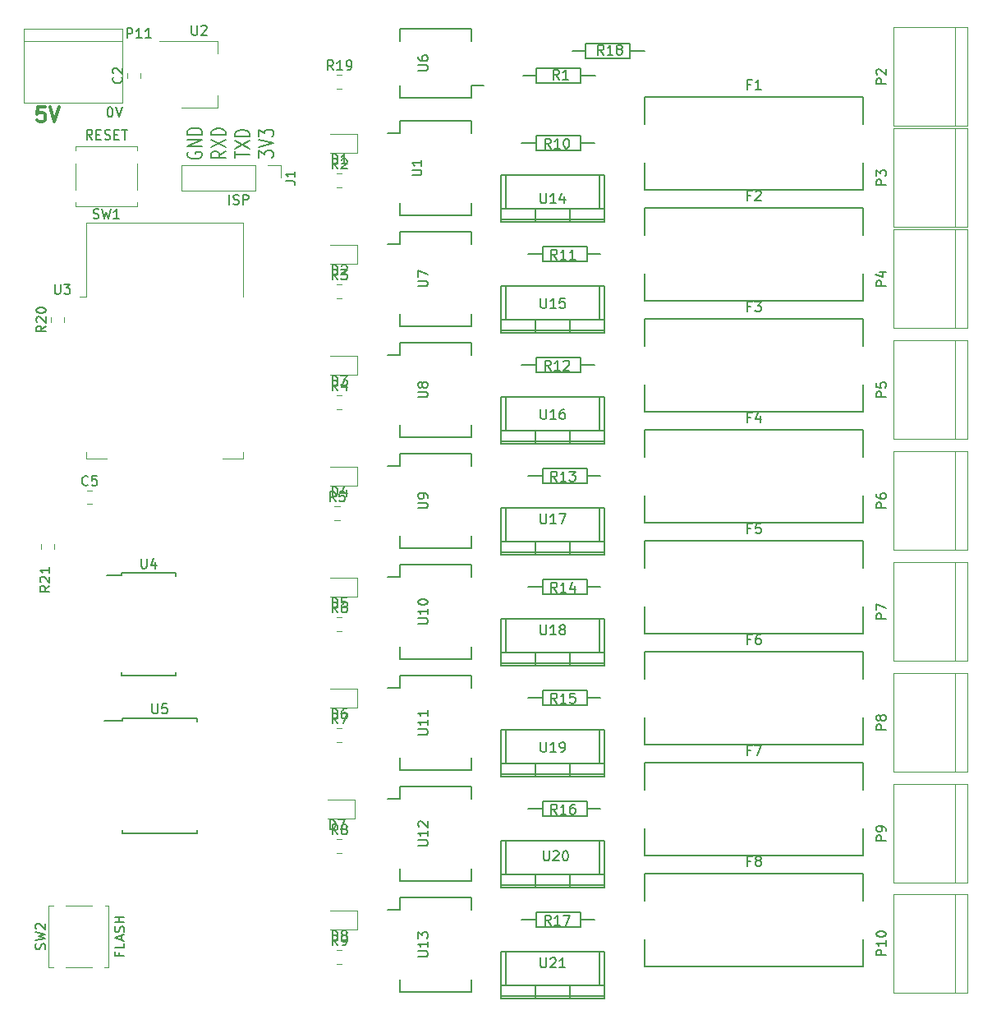
<source format=gto>
G04 #@! TF.GenerationSoftware,KiCad,Pcbnew,5.0.1-33cea8e~68~ubuntu18.04.1*
G04 #@! TF.CreationDate,2018-11-29T09:03:48+01:00*
G04 #@! TF.ProjectId,8Dimmers,3844696D6D6572732E6B696361645F70,rev?*
G04 #@! TF.SameCoordinates,Original*
G04 #@! TF.FileFunction,Legend,Top*
G04 #@! TF.FilePolarity,Positive*
%FSLAX46Y46*%
G04 Gerber Fmt 4.6, Leading zero omitted, Abs format (unit mm)*
G04 Created by KiCad (PCBNEW 5.0.1-33cea8e~68~ubuntu18.04.1) date jeu. 29 nov. 2018 09:03:48 CET*
%MOMM*%
%LPD*%
G01*
G04 APERTURE LIST*
%ADD10C,0.200000*%
%ADD11C,0.300000*%
%ADD12C,0.150000*%
%ADD13C,0.120000*%
G04 APERTURE END LIST*
D10*
X62123000Y-52984285D02*
X62051571Y-53098571D01*
X62051571Y-53270000D01*
X62123000Y-53441428D01*
X62265857Y-53555714D01*
X62408714Y-53612857D01*
X62694428Y-53670000D01*
X62908714Y-53670000D01*
X63194428Y-53612857D01*
X63337285Y-53555714D01*
X63480142Y-53441428D01*
X63551571Y-53270000D01*
X63551571Y-53155714D01*
X63480142Y-52984285D01*
X63408714Y-52927142D01*
X62908714Y-52927142D01*
X62908714Y-53155714D01*
X63551571Y-52412857D02*
X62051571Y-52412857D01*
X63551571Y-51727142D01*
X62051571Y-51727142D01*
X63551571Y-51155714D02*
X62051571Y-51155714D01*
X62051571Y-50870000D01*
X62123000Y-50698571D01*
X62265857Y-50584285D01*
X62408714Y-50527142D01*
X62694428Y-50470000D01*
X62908714Y-50470000D01*
X63194428Y-50527142D01*
X63337285Y-50584285D01*
X63480142Y-50698571D01*
X63551571Y-50870000D01*
X63551571Y-51155714D01*
X66001571Y-52870000D02*
X65287285Y-53270000D01*
X66001571Y-53555714D02*
X64501571Y-53555714D01*
X64501571Y-53098571D01*
X64573000Y-52984285D01*
X64644428Y-52927142D01*
X64787285Y-52870000D01*
X65001571Y-52870000D01*
X65144428Y-52927142D01*
X65215857Y-52984285D01*
X65287285Y-53098571D01*
X65287285Y-53555714D01*
X64501571Y-52470000D02*
X66001571Y-51670000D01*
X64501571Y-51670000D02*
X66001571Y-52470000D01*
X66001571Y-51212857D02*
X64501571Y-51212857D01*
X64501571Y-50927142D01*
X64573000Y-50755714D01*
X64715857Y-50641428D01*
X64858714Y-50584285D01*
X65144428Y-50527142D01*
X65358714Y-50527142D01*
X65644428Y-50584285D01*
X65787285Y-50641428D01*
X65930142Y-50755714D01*
X66001571Y-50927142D01*
X66001571Y-51212857D01*
X66951571Y-53584285D02*
X66951571Y-52898571D01*
X68451571Y-53241428D02*
X66951571Y-53241428D01*
X66951571Y-52612857D02*
X68451571Y-51812857D01*
X66951571Y-51812857D02*
X68451571Y-52612857D01*
X68451571Y-51355714D02*
X66951571Y-51355714D01*
X66951571Y-51070000D01*
X67023000Y-50898571D01*
X67165857Y-50784285D01*
X67308714Y-50727142D01*
X67594428Y-50670000D01*
X67808714Y-50670000D01*
X68094428Y-50727142D01*
X68237285Y-50784285D01*
X68380142Y-50898571D01*
X68451571Y-51070000D01*
X68451571Y-51355714D01*
X69401571Y-53555714D02*
X69401571Y-52812857D01*
X69973000Y-53212857D01*
X69973000Y-53041428D01*
X70044428Y-52927142D01*
X70115857Y-52870000D01*
X70258714Y-52812857D01*
X70615857Y-52812857D01*
X70758714Y-52870000D01*
X70830142Y-52927142D01*
X70901571Y-53041428D01*
X70901571Y-53384285D01*
X70830142Y-53498571D01*
X70758714Y-53555714D01*
X69401571Y-52470000D02*
X70901571Y-52070000D01*
X69401571Y-51670000D01*
X69401571Y-51384285D02*
X69401571Y-50641428D01*
X69973000Y-51041428D01*
X69973000Y-50870000D01*
X70044428Y-50755714D01*
X70115857Y-50698571D01*
X70258714Y-50641428D01*
X70615857Y-50641428D01*
X70758714Y-50698571D01*
X70830142Y-50755714D01*
X70901571Y-50870000D01*
X70901571Y-51212857D01*
X70830142Y-51327142D01*
X70758714Y-51384285D01*
D11*
X47339285Y-48327571D02*
X46625000Y-48327571D01*
X46553571Y-49041857D01*
X46625000Y-48970428D01*
X46767857Y-48899000D01*
X47125000Y-48899000D01*
X47267857Y-48970428D01*
X47339285Y-49041857D01*
X47410714Y-49184714D01*
X47410714Y-49541857D01*
X47339285Y-49684714D01*
X47267857Y-49756142D01*
X47125000Y-49827571D01*
X46767857Y-49827571D01*
X46625000Y-49756142D01*
X46553571Y-49684714D01*
X47839285Y-48327571D02*
X48339285Y-49827571D01*
X48839285Y-48327571D01*
D12*
X54006809Y-48347380D02*
X54102047Y-48347380D01*
X54197285Y-48395000D01*
X54244904Y-48442619D01*
X54292523Y-48537857D01*
X54340142Y-48728333D01*
X54340142Y-48966428D01*
X54292523Y-49156904D01*
X54244904Y-49252142D01*
X54197285Y-49299761D01*
X54102047Y-49347380D01*
X54006809Y-49347380D01*
X53911571Y-49299761D01*
X53863952Y-49252142D01*
X53816333Y-49156904D01*
X53768714Y-48966428D01*
X53768714Y-48728333D01*
X53816333Y-48537857D01*
X53863952Y-48442619D01*
X53911571Y-48395000D01*
X54006809Y-48347380D01*
X54625857Y-48347380D02*
X54959190Y-49347380D01*
X55292523Y-48347380D01*
D13*
G04 #@! TO.C,SW2*
X53482000Y-136922000D02*
X53932000Y-136922000D01*
X53932000Y-136922000D02*
X53932000Y-130622000D01*
X53932000Y-130622000D02*
X53532000Y-130622000D01*
X52182000Y-136922000D02*
X49482000Y-136922000D01*
X49482000Y-130622000D02*
X52182000Y-130622000D01*
X47732000Y-136922000D02*
X47732000Y-130622000D01*
X47732000Y-130622000D02*
X48182000Y-130622000D01*
X48182000Y-136922000D02*
X47732000Y-136922000D01*
D12*
G04 #@! TO.C,U5*
X55307000Y-111271000D02*
X55307000Y-111521000D01*
X63057000Y-111271000D02*
X63057000Y-111616000D01*
X63057000Y-123171000D02*
X63057000Y-122826000D01*
X55307000Y-123171000D02*
X55307000Y-122826000D01*
X55307000Y-111271000D02*
X63057000Y-111271000D01*
X55307000Y-123171000D02*
X63057000Y-123171000D01*
X55307000Y-111521000D02*
X53482000Y-111521000D01*
G04 #@! TO.C,U1*
X91305000Y-47380000D02*
X91305000Y-46110000D01*
X83955000Y-47380000D02*
X83955000Y-46110000D01*
X83955000Y-40250000D02*
X83955000Y-41520000D01*
X91305000Y-40250000D02*
X91305000Y-41520000D01*
X91305000Y-47380000D02*
X83955000Y-47380000D01*
X91305000Y-40250000D02*
X83955000Y-40250000D01*
X91305000Y-46110000D02*
X92590000Y-46110000D01*
G04 #@! TO.C,U6*
X83955000Y-49775000D02*
X83955000Y-51045000D01*
X91305000Y-49775000D02*
X91305000Y-51045000D01*
X91305000Y-59445000D02*
X91305000Y-58175000D01*
X83955000Y-59445000D02*
X83955000Y-58175000D01*
X83955000Y-49775000D02*
X91305000Y-49775000D01*
X83955000Y-59445000D02*
X91305000Y-59445000D01*
X83955000Y-51045000D02*
X82670000Y-51045000D01*
G04 #@! TO.C,U7*
X83955000Y-61205000D02*
X83955000Y-62475000D01*
X91305000Y-61205000D02*
X91305000Y-62475000D01*
X91305000Y-70875000D02*
X91305000Y-69605000D01*
X83955000Y-70875000D02*
X83955000Y-69605000D01*
X83955000Y-61205000D02*
X91305000Y-61205000D01*
X83955000Y-70875000D02*
X91305000Y-70875000D01*
X83955000Y-62475000D02*
X82670000Y-62475000D01*
G04 #@! TO.C,U8*
X83955000Y-72635000D02*
X83955000Y-73905000D01*
X91305000Y-72635000D02*
X91305000Y-73905000D01*
X91305000Y-82305000D02*
X91305000Y-81035000D01*
X83955000Y-82305000D02*
X83955000Y-81035000D01*
X83955000Y-72635000D02*
X91305000Y-72635000D01*
X83955000Y-82305000D02*
X91305000Y-82305000D01*
X83955000Y-73905000D02*
X82670000Y-73905000D01*
G04 #@! TO.C,U9*
X83955000Y-84065000D02*
X83955000Y-85335000D01*
X91305000Y-84065000D02*
X91305000Y-85335000D01*
X91305000Y-93735000D02*
X91305000Y-92465000D01*
X83955000Y-93735000D02*
X83955000Y-92465000D01*
X83955000Y-84065000D02*
X91305000Y-84065000D01*
X83955000Y-93735000D02*
X91305000Y-93735000D01*
X83955000Y-85335000D02*
X82670000Y-85335000D01*
G04 #@! TO.C,U10*
X83955000Y-95495000D02*
X83955000Y-96765000D01*
X91305000Y-95495000D02*
X91305000Y-96765000D01*
X91305000Y-105165000D02*
X91305000Y-103895000D01*
X83955000Y-105165000D02*
X83955000Y-103895000D01*
X83955000Y-95495000D02*
X91305000Y-95495000D01*
X83955000Y-105165000D02*
X91305000Y-105165000D01*
X83955000Y-96765000D02*
X82670000Y-96765000D01*
G04 #@! TO.C,U11*
X83955000Y-106925000D02*
X83955000Y-108195000D01*
X91305000Y-106925000D02*
X91305000Y-108195000D01*
X91305000Y-116595000D02*
X91305000Y-115325000D01*
X83955000Y-116595000D02*
X83955000Y-115325000D01*
X83955000Y-106925000D02*
X91305000Y-106925000D01*
X83955000Y-116595000D02*
X91305000Y-116595000D01*
X83955000Y-108195000D02*
X82670000Y-108195000D01*
G04 #@! TO.C,U12*
X83955000Y-118355000D02*
X83955000Y-119625000D01*
X91305000Y-118355000D02*
X91305000Y-119625000D01*
X91305000Y-128025000D02*
X91305000Y-126755000D01*
X83955000Y-128025000D02*
X83955000Y-126755000D01*
X83955000Y-118355000D02*
X91305000Y-118355000D01*
X83955000Y-128025000D02*
X91305000Y-128025000D01*
X83955000Y-119625000D02*
X82670000Y-119625000D01*
G04 #@! TO.C,U13*
X83955000Y-129785000D02*
X83955000Y-131055000D01*
X91305000Y-129785000D02*
X91305000Y-131055000D01*
X91305000Y-139455000D02*
X91305000Y-138185000D01*
X83955000Y-139455000D02*
X83955000Y-138185000D01*
X83955000Y-129785000D02*
X91305000Y-129785000D01*
X83955000Y-139455000D02*
X91305000Y-139455000D01*
X83955000Y-131055000D02*
X82670000Y-131055000D01*
G04 #@! TO.C,U14*
X94869000Y-58801000D02*
X94869000Y-55372000D01*
X104521000Y-58801000D02*
X104521000Y-55372000D01*
X94361000Y-59944000D02*
X105029000Y-59944000D01*
X97917000Y-58928000D02*
X97917000Y-60198000D01*
X101473000Y-58928000D02*
X101473000Y-60198000D01*
X105029000Y-58801000D02*
X94361000Y-58801000D01*
X94361000Y-55372000D02*
X105029000Y-55372000D01*
X105029000Y-60198000D02*
X105029000Y-55372000D01*
X94361000Y-60198000D02*
X94361000Y-55372000D01*
X94361000Y-60198000D02*
X105029000Y-60198000D01*
G04 #@! TO.C,U15*
X94869000Y-70231000D02*
X94869000Y-66802000D01*
X104521000Y-70231000D02*
X104521000Y-66802000D01*
X94361000Y-71374000D02*
X105029000Y-71374000D01*
X97917000Y-70358000D02*
X97917000Y-71628000D01*
X101473000Y-70358000D02*
X101473000Y-71628000D01*
X105029000Y-70231000D02*
X94361000Y-70231000D01*
X94361000Y-66802000D02*
X105029000Y-66802000D01*
X105029000Y-71628000D02*
X105029000Y-66802000D01*
X94361000Y-71628000D02*
X94361000Y-66802000D01*
X94361000Y-71628000D02*
X105029000Y-71628000D01*
G04 #@! TO.C,U16*
X94869000Y-81661000D02*
X94869000Y-78232000D01*
X104521000Y-81661000D02*
X104521000Y-78232000D01*
X94361000Y-82804000D02*
X105029000Y-82804000D01*
X97917000Y-81788000D02*
X97917000Y-83058000D01*
X101473000Y-81788000D02*
X101473000Y-83058000D01*
X105029000Y-81661000D02*
X94361000Y-81661000D01*
X94361000Y-78232000D02*
X105029000Y-78232000D01*
X105029000Y-83058000D02*
X105029000Y-78232000D01*
X94361000Y-83058000D02*
X94361000Y-78232000D01*
X94361000Y-83058000D02*
X105029000Y-83058000D01*
G04 #@! TO.C,U17*
X94869000Y-93091000D02*
X94869000Y-89662000D01*
X104521000Y-93091000D02*
X104521000Y-89662000D01*
X94361000Y-94234000D02*
X105029000Y-94234000D01*
X97917000Y-93218000D02*
X97917000Y-94488000D01*
X101473000Y-93218000D02*
X101473000Y-94488000D01*
X105029000Y-93091000D02*
X94361000Y-93091000D01*
X94361000Y-89662000D02*
X105029000Y-89662000D01*
X105029000Y-94488000D02*
X105029000Y-89662000D01*
X94361000Y-94488000D02*
X94361000Y-89662000D01*
X94361000Y-94488000D02*
X105029000Y-94488000D01*
G04 #@! TO.C,U18*
X94869000Y-104521000D02*
X94869000Y-101092000D01*
X104521000Y-104521000D02*
X104521000Y-101092000D01*
X94361000Y-105664000D02*
X105029000Y-105664000D01*
X97917000Y-104648000D02*
X97917000Y-105918000D01*
X101473000Y-104648000D02*
X101473000Y-105918000D01*
X105029000Y-104521000D02*
X94361000Y-104521000D01*
X94361000Y-101092000D02*
X105029000Y-101092000D01*
X105029000Y-105918000D02*
X105029000Y-101092000D01*
X94361000Y-105918000D02*
X94361000Y-101092000D01*
X94361000Y-105918000D02*
X105029000Y-105918000D01*
G04 #@! TO.C,U19*
X94869000Y-115951000D02*
X94869000Y-112522000D01*
X104521000Y-115951000D02*
X104521000Y-112522000D01*
X94361000Y-117094000D02*
X105029000Y-117094000D01*
X97917000Y-116078000D02*
X97917000Y-117348000D01*
X101473000Y-116078000D02*
X101473000Y-117348000D01*
X105029000Y-115951000D02*
X94361000Y-115951000D01*
X94361000Y-112522000D02*
X105029000Y-112522000D01*
X105029000Y-117348000D02*
X105029000Y-112522000D01*
X94361000Y-117348000D02*
X94361000Y-112522000D01*
X94361000Y-117348000D02*
X105029000Y-117348000D01*
G04 #@! TO.C,U20*
X94869000Y-127381000D02*
X94869000Y-123952000D01*
X104521000Y-127381000D02*
X104521000Y-123952000D01*
X94361000Y-128524000D02*
X105029000Y-128524000D01*
X97917000Y-127508000D02*
X97917000Y-128778000D01*
X101473000Y-127508000D02*
X101473000Y-128778000D01*
X105029000Y-127381000D02*
X94361000Y-127381000D01*
X94361000Y-123952000D02*
X105029000Y-123952000D01*
X105029000Y-128778000D02*
X105029000Y-123952000D01*
X94361000Y-128778000D02*
X94361000Y-123952000D01*
X94361000Y-128778000D02*
X105029000Y-128778000D01*
G04 #@! TO.C,U21*
X94869000Y-138811000D02*
X94869000Y-135382000D01*
X104521000Y-138811000D02*
X104521000Y-135382000D01*
X94361000Y-139954000D02*
X105029000Y-139954000D01*
X97917000Y-138938000D02*
X97917000Y-140208000D01*
X101473000Y-138938000D02*
X101473000Y-140208000D01*
X105029000Y-138811000D02*
X94361000Y-138811000D01*
X94361000Y-135382000D02*
X105029000Y-135382000D01*
X105029000Y-140208000D02*
X105029000Y-135382000D01*
X94361000Y-140208000D02*
X94361000Y-135382000D01*
X94361000Y-140208000D02*
X105029000Y-140208000D01*
G04 #@! TO.C,F1*
X131720000Y-56870000D02*
X131720000Y-54070000D01*
X131720000Y-50070000D02*
X131720000Y-47270000D01*
X109220000Y-50070000D02*
X109220000Y-47270000D01*
X109220000Y-47270000D02*
X131720000Y-47270000D01*
X109220000Y-56870000D02*
X131720000Y-56870000D01*
X109220000Y-56870000D02*
X109220000Y-54070000D01*
G04 #@! TO.C,F2*
X131720000Y-68300000D02*
X131720000Y-65500000D01*
X131720000Y-61500000D02*
X131720000Y-58700000D01*
X109220000Y-61500000D02*
X109220000Y-58700000D01*
X109220000Y-58700000D02*
X131720000Y-58700000D01*
X109220000Y-68300000D02*
X131720000Y-68300000D01*
X109220000Y-68300000D02*
X109220000Y-65500000D01*
G04 #@! TO.C,F3*
X131720000Y-79730000D02*
X131720000Y-76930000D01*
X131720000Y-72930000D02*
X131720000Y-70130000D01*
X109220000Y-72930000D02*
X109220000Y-70130000D01*
X109220000Y-70130000D02*
X131720000Y-70130000D01*
X109220000Y-79730000D02*
X131720000Y-79730000D01*
X109220000Y-79730000D02*
X109220000Y-76930000D01*
G04 #@! TO.C,F4*
X131720000Y-91160000D02*
X131720000Y-88360000D01*
X131720000Y-84360000D02*
X131720000Y-81560000D01*
X109220000Y-84360000D02*
X109220000Y-81560000D01*
X109220000Y-81560000D02*
X131720000Y-81560000D01*
X109220000Y-91160000D02*
X131720000Y-91160000D01*
X109220000Y-91160000D02*
X109220000Y-88360000D01*
G04 #@! TO.C,F5*
X131720000Y-102590000D02*
X131720000Y-99790000D01*
X131720000Y-95790000D02*
X131720000Y-92990000D01*
X109220000Y-95790000D02*
X109220000Y-92990000D01*
X109220000Y-92990000D02*
X131720000Y-92990000D01*
X109220000Y-102590000D02*
X131720000Y-102590000D01*
X109220000Y-102590000D02*
X109220000Y-99790000D01*
G04 #@! TO.C,F6*
X131720000Y-114020000D02*
X131720000Y-111220000D01*
X131720000Y-107220000D02*
X131720000Y-104420000D01*
X109220000Y-107220000D02*
X109220000Y-104420000D01*
X109220000Y-104420000D02*
X131720000Y-104420000D01*
X109220000Y-114020000D02*
X131720000Y-114020000D01*
X109220000Y-114020000D02*
X109220000Y-111220000D01*
G04 #@! TO.C,F7*
X131720000Y-125450000D02*
X131720000Y-122650000D01*
X131720000Y-118650000D02*
X131720000Y-115850000D01*
X109220000Y-118650000D02*
X109220000Y-115850000D01*
X109220000Y-115850000D02*
X131720000Y-115850000D01*
X109220000Y-125450000D02*
X131720000Y-125450000D01*
X109220000Y-125450000D02*
X109220000Y-122650000D01*
G04 #@! TO.C,F8*
X131720000Y-136880000D02*
X131720000Y-134080000D01*
X131720000Y-130080000D02*
X131720000Y-127280000D01*
X109220000Y-130080000D02*
X109220000Y-127280000D01*
X109220000Y-127280000D02*
X131720000Y-127280000D01*
X109220000Y-136880000D02*
X131720000Y-136880000D01*
X109220000Y-136880000D02*
X109220000Y-134080000D01*
G04 #@! TO.C,R1*
X98043480Y-45087540D02*
X96646480Y-45087540D01*
X102615480Y-45087540D02*
X104139480Y-45087540D01*
X102615480Y-45087540D02*
X102615480Y-44325540D01*
X102615480Y-44325540D02*
X98043480Y-44325540D01*
X98043480Y-44325540D02*
X98043480Y-45849540D01*
X98043480Y-45849540D02*
X102615480Y-45849540D01*
X102615480Y-45849540D02*
X102615480Y-45087540D01*
G04 #@! TO.C,R10*
X102616520Y-52067460D02*
X104013520Y-52067460D01*
X98044520Y-52067460D02*
X96520520Y-52067460D01*
X98044520Y-52067460D02*
X98044520Y-52829460D01*
X98044520Y-52829460D02*
X102616520Y-52829460D01*
X102616520Y-52829460D02*
X102616520Y-51305460D01*
X102616520Y-51305460D02*
X98044520Y-51305460D01*
X98044520Y-51305460D02*
X98044520Y-52067460D01*
G04 #@! TO.C,R11*
X103251520Y-63497460D02*
X104648520Y-63497460D01*
X98679520Y-63497460D02*
X97155520Y-63497460D01*
X98679520Y-63497460D02*
X98679520Y-64259460D01*
X98679520Y-64259460D02*
X103251520Y-64259460D01*
X103251520Y-64259460D02*
X103251520Y-62735460D01*
X103251520Y-62735460D02*
X98679520Y-62735460D01*
X98679520Y-62735460D02*
X98679520Y-63497460D01*
G04 #@! TO.C,R12*
X102616520Y-74927460D02*
X104013520Y-74927460D01*
X98044520Y-74927460D02*
X96520520Y-74927460D01*
X98044520Y-74927460D02*
X98044520Y-75689460D01*
X98044520Y-75689460D02*
X102616520Y-75689460D01*
X102616520Y-75689460D02*
X102616520Y-74165460D01*
X102616520Y-74165460D02*
X98044520Y-74165460D01*
X98044520Y-74165460D02*
X98044520Y-74927460D01*
G04 #@! TO.C,R13*
X103251520Y-86357460D02*
X104648520Y-86357460D01*
X98679520Y-86357460D02*
X97155520Y-86357460D01*
X98679520Y-86357460D02*
X98679520Y-87119460D01*
X98679520Y-87119460D02*
X103251520Y-87119460D01*
X103251520Y-87119460D02*
X103251520Y-85595460D01*
X103251520Y-85595460D02*
X98679520Y-85595460D01*
X98679520Y-85595460D02*
X98679520Y-86357460D01*
G04 #@! TO.C,R14*
X103251520Y-97787460D02*
X104648520Y-97787460D01*
X98679520Y-97787460D02*
X97155520Y-97787460D01*
X98679520Y-97787460D02*
X98679520Y-98549460D01*
X98679520Y-98549460D02*
X103251520Y-98549460D01*
X103251520Y-98549460D02*
X103251520Y-97025460D01*
X103251520Y-97025460D02*
X98679520Y-97025460D01*
X98679520Y-97025460D02*
X98679520Y-97787460D01*
G04 #@! TO.C,R15*
X103251520Y-109217460D02*
X104648520Y-109217460D01*
X98679520Y-109217460D02*
X97155520Y-109217460D01*
X98679520Y-109217460D02*
X98679520Y-109979460D01*
X98679520Y-109979460D02*
X103251520Y-109979460D01*
X103251520Y-109979460D02*
X103251520Y-108455460D01*
X103251520Y-108455460D02*
X98679520Y-108455460D01*
X98679520Y-108455460D02*
X98679520Y-109217460D01*
G04 #@! TO.C,R16*
X103251520Y-120647460D02*
X104648520Y-120647460D01*
X98679520Y-120647460D02*
X97155520Y-120647460D01*
X98679520Y-120647460D02*
X98679520Y-121409460D01*
X98679520Y-121409460D02*
X103251520Y-121409460D01*
X103251520Y-121409460D02*
X103251520Y-119885460D01*
X103251520Y-119885460D02*
X98679520Y-119885460D01*
X98679520Y-119885460D02*
X98679520Y-120647460D01*
G04 #@! TO.C,R17*
X102616520Y-132077460D02*
X104013520Y-132077460D01*
X98044520Y-132077460D02*
X96520520Y-132077460D01*
X98044520Y-132077460D02*
X98044520Y-132839460D01*
X98044520Y-132839460D02*
X102616520Y-132839460D01*
X102616520Y-132839460D02*
X102616520Y-131315460D01*
X102616520Y-131315460D02*
X98044520Y-131315460D01*
X98044520Y-131315460D02*
X98044520Y-132077460D01*
G04 #@! TO.C,R18*
X103123480Y-42547540D02*
X101726480Y-42547540D01*
X107695480Y-42547540D02*
X109219480Y-42547540D01*
X107695480Y-42547540D02*
X107695480Y-41785540D01*
X107695480Y-41785540D02*
X103123480Y-41785540D01*
X103123480Y-41785540D02*
X103123480Y-43309540D01*
X103123480Y-43309540D02*
X107695480Y-43309540D01*
X107695480Y-43309540D02*
X107695480Y-42547540D01*
D13*
G04 #@! TO.C,C2*
X55805000Y-45346252D02*
X55805000Y-44823748D01*
X57225000Y-45346252D02*
X57225000Y-44823748D01*
G04 #@! TO.C,C5*
X51690748Y-89229000D02*
X52213252Y-89229000D01*
X51690748Y-87809000D02*
X52213252Y-87809000D01*
G04 #@! TO.C,D1*
X76715000Y-53030000D02*
X79575000Y-53030000D01*
X79575000Y-53030000D02*
X79575000Y-51110000D01*
X79575000Y-51110000D02*
X76715000Y-51110000D01*
G04 #@! TO.C,D2*
X79575000Y-62540000D02*
X76715000Y-62540000D01*
X79575000Y-64460000D02*
X79575000Y-62540000D01*
X76715000Y-64460000D02*
X79575000Y-64460000D01*
G04 #@! TO.C,D3*
X76715000Y-75890000D02*
X79575000Y-75890000D01*
X79575000Y-75890000D02*
X79575000Y-73970000D01*
X79575000Y-73970000D02*
X76715000Y-73970000D01*
G04 #@! TO.C,D4*
X79575000Y-85400000D02*
X76715000Y-85400000D01*
X79575000Y-87320000D02*
X79575000Y-85400000D01*
X76715000Y-87320000D02*
X79575000Y-87320000D01*
G04 #@! TO.C,D5*
X76715000Y-98750000D02*
X79575000Y-98750000D01*
X79575000Y-98750000D02*
X79575000Y-96830000D01*
X79575000Y-96830000D02*
X76715000Y-96830000D01*
G04 #@! TO.C,D6*
X76715000Y-110180000D02*
X79575000Y-110180000D01*
X79575000Y-110180000D02*
X79575000Y-108260000D01*
X79575000Y-108260000D02*
X76715000Y-108260000D01*
G04 #@! TO.C,D7*
X79330000Y-119690000D02*
X76470000Y-119690000D01*
X79330000Y-121610000D02*
X79330000Y-119690000D01*
X76470000Y-121610000D02*
X79330000Y-121610000D01*
G04 #@! TO.C,D8*
X79575000Y-131120000D02*
X76715000Y-131120000D01*
X79575000Y-133040000D02*
X79575000Y-131120000D01*
X76715000Y-133040000D02*
X79575000Y-133040000D01*
G04 #@! TO.C,R2*
X77453748Y-55170000D02*
X77976252Y-55170000D01*
X77453748Y-56590000D02*
X77976252Y-56590000D01*
G04 #@! TO.C,R3*
X77453748Y-68020000D02*
X77976252Y-68020000D01*
X77453748Y-66600000D02*
X77976252Y-66600000D01*
G04 #@! TO.C,R4*
X77453748Y-78030000D02*
X77976252Y-78030000D01*
X77453748Y-79450000D02*
X77976252Y-79450000D01*
G04 #@! TO.C,R5*
X77208748Y-90880000D02*
X77731252Y-90880000D01*
X77208748Y-89460000D02*
X77731252Y-89460000D01*
G04 #@! TO.C,R6*
X77453748Y-102310000D02*
X77976252Y-102310000D01*
X77453748Y-100890000D02*
X77976252Y-100890000D01*
G04 #@! TO.C,R7*
X77453748Y-112320000D02*
X77976252Y-112320000D01*
X77453748Y-113740000D02*
X77976252Y-113740000D01*
G04 #@! TO.C,R8*
X77453748Y-123750000D02*
X77976252Y-123750000D01*
X77453748Y-125170000D02*
X77976252Y-125170000D01*
G04 #@! TO.C,R9*
X77453748Y-135180000D02*
X77976252Y-135180000D01*
X77453748Y-136600000D02*
X77976252Y-136600000D01*
G04 #@! TO.C,R19*
X77453748Y-46430000D02*
X77976252Y-46430000D01*
X77453748Y-45010000D02*
X77976252Y-45010000D01*
G04 #@! TO.C,R20*
X49351000Y-70501252D02*
X49351000Y-69978748D01*
X47931000Y-70501252D02*
X47931000Y-69978748D01*
G04 #@! TO.C,SW1*
X56830000Y-52817000D02*
X56830000Y-52367000D01*
X56830000Y-52367000D02*
X50530000Y-52367000D01*
X50530000Y-52367000D02*
X50530000Y-52767000D01*
X56830000Y-54117000D02*
X56830000Y-56817000D01*
X50530000Y-56817000D02*
X50530000Y-54117000D01*
X56830000Y-58567000D02*
X50530000Y-58567000D01*
X50530000Y-58567000D02*
X50530000Y-58117000D01*
X56830000Y-58117000D02*
X56830000Y-58567000D01*
G04 #@! TO.C,U3*
X51570000Y-60270000D02*
X67810000Y-60270000D01*
X67810000Y-60270000D02*
X67810000Y-67890000D01*
X67810000Y-83890000D02*
X67810000Y-84510000D01*
X67810000Y-84510000D02*
X65690000Y-84510000D01*
X53690000Y-84510000D02*
X51570000Y-84510000D01*
X51570000Y-84510000D02*
X51570000Y-83890000D01*
X51570000Y-67890000D02*
X51570000Y-60270000D01*
X51570000Y-67890000D02*
X50960000Y-67890000D01*
D12*
G04 #@! TO.C,U4*
X55264000Y-96325000D02*
X55264000Y-96600000D01*
X60814000Y-96325000D02*
X60814000Y-96680000D01*
X60814000Y-106875000D02*
X60814000Y-106520000D01*
X55264000Y-106875000D02*
X55264000Y-106520000D01*
X55264000Y-96325000D02*
X60814000Y-96325000D01*
X55264000Y-106875000D02*
X60814000Y-106875000D01*
X55264000Y-96600000D02*
X53739000Y-96600000D01*
D13*
G04 #@! TO.C,P11*
X45212000Y-41529000D02*
X55372000Y-41529000D01*
X45212000Y-40259000D02*
X45212000Y-47879000D01*
X45212000Y-47879000D02*
X55372000Y-47879000D01*
X55372000Y-47879000D02*
X55372000Y-40259000D01*
X55372000Y-40259000D02*
X45212000Y-40259000D01*
G04 #@! TO.C,U2*
X65156000Y-48368000D02*
X65156000Y-47108000D01*
X65156000Y-41548000D02*
X65156000Y-42808000D01*
X61396000Y-48368000D02*
X65156000Y-48368000D01*
X59146000Y-41548000D02*
X65156000Y-41548000D01*
G04 #@! TO.C,J1*
X61408000Y-54296000D02*
X61408000Y-56956000D01*
X69088000Y-54296000D02*
X61408000Y-54296000D01*
X69088000Y-56956000D02*
X61408000Y-56956000D01*
X69088000Y-54296000D02*
X69088000Y-56956000D01*
X70358000Y-54296000D02*
X71688000Y-54296000D01*
X71688000Y-54296000D02*
X71688000Y-55626000D01*
G04 #@! TO.C,R21*
X48335000Y-93328748D02*
X48335000Y-93851252D01*
X46915000Y-93328748D02*
X46915000Y-93851252D01*
G04 #@! TO.C,P2*
X142494000Y-50292000D02*
X142494000Y-40132000D01*
X134874000Y-50292000D02*
X142494000Y-50292000D01*
X134874000Y-40132000D02*
X134874000Y-50292000D01*
X142494000Y-40132000D02*
X134874000Y-40132000D01*
X141224000Y-40132000D02*
X141224000Y-50292000D01*
G04 #@! TO.C,P3*
X142494000Y-60706000D02*
X142494000Y-50546000D01*
X134874000Y-60706000D02*
X142494000Y-60706000D01*
X134874000Y-50546000D02*
X134874000Y-60706000D01*
X142494000Y-50546000D02*
X134874000Y-50546000D01*
X141224000Y-50546000D02*
X141224000Y-60706000D01*
G04 #@! TO.C,P4*
X141224000Y-60960000D02*
X141224000Y-71120000D01*
X142494000Y-60960000D02*
X134874000Y-60960000D01*
X134874000Y-60960000D02*
X134874000Y-71120000D01*
X134874000Y-71120000D02*
X142494000Y-71120000D01*
X142494000Y-71120000D02*
X142494000Y-60960000D01*
G04 #@! TO.C,P5*
X141224000Y-72390000D02*
X141224000Y-82550000D01*
X142494000Y-72390000D02*
X134874000Y-72390000D01*
X134874000Y-72390000D02*
X134874000Y-82550000D01*
X134874000Y-82550000D02*
X142494000Y-82550000D01*
X142494000Y-82550000D02*
X142494000Y-72390000D01*
G04 #@! TO.C,P6*
X142494000Y-93980000D02*
X142494000Y-83820000D01*
X134874000Y-93980000D02*
X142494000Y-93980000D01*
X134874000Y-83820000D02*
X134874000Y-93980000D01*
X142494000Y-83820000D02*
X134874000Y-83820000D01*
X141224000Y-83820000D02*
X141224000Y-93980000D01*
G04 #@! TO.C,P7*
X141224000Y-95250000D02*
X141224000Y-105410000D01*
X142494000Y-95250000D02*
X134874000Y-95250000D01*
X134874000Y-95250000D02*
X134874000Y-105410000D01*
X134874000Y-105410000D02*
X142494000Y-105410000D01*
X142494000Y-105410000D02*
X142494000Y-95250000D01*
G04 #@! TO.C,P8*
X141224000Y-106680000D02*
X141224000Y-116840000D01*
X142494000Y-106680000D02*
X134874000Y-106680000D01*
X134874000Y-106680000D02*
X134874000Y-116840000D01*
X134874000Y-116840000D02*
X142494000Y-116840000D01*
X142494000Y-116840000D02*
X142494000Y-106680000D01*
G04 #@! TO.C,P9*
X141224000Y-118110000D02*
X141224000Y-128270000D01*
X142494000Y-118110000D02*
X134874000Y-118110000D01*
X134874000Y-118110000D02*
X134874000Y-128270000D01*
X134874000Y-128270000D02*
X142494000Y-128270000D01*
X142494000Y-128270000D02*
X142494000Y-118110000D01*
G04 #@! TO.C,P10*
X142494000Y-139573000D02*
X142494000Y-129413000D01*
X134874000Y-139573000D02*
X142494000Y-139573000D01*
X134874000Y-129413000D02*
X134874000Y-139573000D01*
X142494000Y-129413000D02*
X134874000Y-129413000D01*
X141224000Y-129413000D02*
X141224000Y-139573000D01*
G04 #@! TO.C,SW2*
D12*
X47336761Y-135105333D02*
X47384380Y-134962476D01*
X47384380Y-134724380D01*
X47336761Y-134629142D01*
X47289142Y-134581523D01*
X47193904Y-134533904D01*
X47098666Y-134533904D01*
X47003428Y-134581523D01*
X46955809Y-134629142D01*
X46908190Y-134724380D01*
X46860571Y-134914857D01*
X46812952Y-135010095D01*
X46765333Y-135057714D01*
X46670095Y-135105333D01*
X46574857Y-135105333D01*
X46479619Y-135057714D01*
X46432000Y-135010095D01*
X46384380Y-134914857D01*
X46384380Y-134676761D01*
X46432000Y-134533904D01*
X46384380Y-134200571D02*
X47384380Y-133962476D01*
X46670095Y-133772000D01*
X47384380Y-133581523D01*
X46384380Y-133343428D01*
X46479619Y-133010095D02*
X46432000Y-132962476D01*
X46384380Y-132867238D01*
X46384380Y-132629142D01*
X46432000Y-132533904D01*
X46479619Y-132486285D01*
X46574857Y-132438666D01*
X46670095Y-132438666D01*
X46812952Y-132486285D01*
X47384380Y-133057714D01*
X47384380Y-132438666D01*
X55010571Y-135462476D02*
X55010571Y-135795809D01*
X55534380Y-135795809D02*
X54534380Y-135795809D01*
X54534380Y-135319619D01*
X55534380Y-134462476D02*
X55534380Y-134938666D01*
X54534380Y-134938666D01*
X55248666Y-134176761D02*
X55248666Y-133700571D01*
X55534380Y-134272000D02*
X54534380Y-133938666D01*
X55534380Y-133605333D01*
X55486761Y-133319619D02*
X55534380Y-133176761D01*
X55534380Y-132938666D01*
X55486761Y-132843428D01*
X55439142Y-132795809D01*
X55343904Y-132748190D01*
X55248666Y-132748190D01*
X55153428Y-132795809D01*
X55105809Y-132843428D01*
X55058190Y-132938666D01*
X55010571Y-133129142D01*
X54962952Y-133224380D01*
X54915333Y-133272000D01*
X54820095Y-133319619D01*
X54724857Y-133319619D01*
X54629619Y-133272000D01*
X54582000Y-133224380D01*
X54534380Y-133129142D01*
X54534380Y-132891047D01*
X54582000Y-132748190D01*
X55534380Y-132319619D02*
X54534380Y-132319619D01*
X55010571Y-132319619D02*
X55010571Y-131748190D01*
X55534380Y-131748190D02*
X54534380Y-131748190D01*
G04 #@! TO.C,U5*
X58420095Y-109798380D02*
X58420095Y-110607904D01*
X58467714Y-110703142D01*
X58515333Y-110750761D01*
X58610571Y-110798380D01*
X58801047Y-110798380D01*
X58896285Y-110750761D01*
X58943904Y-110703142D01*
X58991523Y-110607904D01*
X58991523Y-109798380D01*
X59943904Y-109798380D02*
X59467714Y-109798380D01*
X59420095Y-110274571D01*
X59467714Y-110226952D01*
X59562952Y-110179333D01*
X59801047Y-110179333D01*
X59896285Y-110226952D01*
X59943904Y-110274571D01*
X59991523Y-110369809D01*
X59991523Y-110607904D01*
X59943904Y-110703142D01*
X59896285Y-110750761D01*
X59801047Y-110798380D01*
X59562952Y-110798380D01*
X59467714Y-110750761D01*
X59420095Y-110703142D01*
G04 #@! TO.C,U1*
X85177380Y-55371904D02*
X85986904Y-55371904D01*
X86082142Y-55324285D01*
X86129761Y-55276666D01*
X86177380Y-55181428D01*
X86177380Y-54990952D01*
X86129761Y-54895714D01*
X86082142Y-54848095D01*
X85986904Y-54800476D01*
X85177380Y-54800476D01*
X86177380Y-53800476D02*
X86177380Y-54371904D01*
X86177380Y-54086190D02*
X85177380Y-54086190D01*
X85320238Y-54181428D01*
X85415476Y-54276666D01*
X85463095Y-54371904D01*
G04 #@! TO.C,U6*
X85812380Y-44576904D02*
X86621904Y-44576904D01*
X86717142Y-44529285D01*
X86764761Y-44481666D01*
X86812380Y-44386428D01*
X86812380Y-44195952D01*
X86764761Y-44100714D01*
X86717142Y-44053095D01*
X86621904Y-44005476D01*
X85812380Y-44005476D01*
X85812380Y-43100714D02*
X85812380Y-43291190D01*
X85860000Y-43386428D01*
X85907619Y-43434047D01*
X86050476Y-43529285D01*
X86240952Y-43576904D01*
X86621904Y-43576904D01*
X86717142Y-43529285D01*
X86764761Y-43481666D01*
X86812380Y-43386428D01*
X86812380Y-43195952D01*
X86764761Y-43100714D01*
X86717142Y-43053095D01*
X86621904Y-43005476D01*
X86383809Y-43005476D01*
X86288571Y-43053095D01*
X86240952Y-43100714D01*
X86193333Y-43195952D01*
X86193333Y-43386428D01*
X86240952Y-43481666D01*
X86288571Y-43529285D01*
X86383809Y-43576904D01*
G04 #@! TO.C,U7*
X85812380Y-66801904D02*
X86621904Y-66801904D01*
X86717142Y-66754285D01*
X86764761Y-66706666D01*
X86812380Y-66611428D01*
X86812380Y-66420952D01*
X86764761Y-66325714D01*
X86717142Y-66278095D01*
X86621904Y-66230476D01*
X85812380Y-66230476D01*
X85812380Y-65849523D02*
X85812380Y-65182857D01*
X86812380Y-65611428D01*
G04 #@! TO.C,U8*
X85812380Y-78231904D02*
X86621904Y-78231904D01*
X86717142Y-78184285D01*
X86764761Y-78136666D01*
X86812380Y-78041428D01*
X86812380Y-77850952D01*
X86764761Y-77755714D01*
X86717142Y-77708095D01*
X86621904Y-77660476D01*
X85812380Y-77660476D01*
X86240952Y-77041428D02*
X86193333Y-77136666D01*
X86145714Y-77184285D01*
X86050476Y-77231904D01*
X86002857Y-77231904D01*
X85907619Y-77184285D01*
X85860000Y-77136666D01*
X85812380Y-77041428D01*
X85812380Y-76850952D01*
X85860000Y-76755714D01*
X85907619Y-76708095D01*
X86002857Y-76660476D01*
X86050476Y-76660476D01*
X86145714Y-76708095D01*
X86193333Y-76755714D01*
X86240952Y-76850952D01*
X86240952Y-77041428D01*
X86288571Y-77136666D01*
X86336190Y-77184285D01*
X86431428Y-77231904D01*
X86621904Y-77231904D01*
X86717142Y-77184285D01*
X86764761Y-77136666D01*
X86812380Y-77041428D01*
X86812380Y-76850952D01*
X86764761Y-76755714D01*
X86717142Y-76708095D01*
X86621904Y-76660476D01*
X86431428Y-76660476D01*
X86336190Y-76708095D01*
X86288571Y-76755714D01*
X86240952Y-76850952D01*
G04 #@! TO.C,U9*
X85812380Y-89661904D02*
X86621904Y-89661904D01*
X86717142Y-89614285D01*
X86764761Y-89566666D01*
X86812380Y-89471428D01*
X86812380Y-89280952D01*
X86764761Y-89185714D01*
X86717142Y-89138095D01*
X86621904Y-89090476D01*
X85812380Y-89090476D01*
X86812380Y-88566666D02*
X86812380Y-88376190D01*
X86764761Y-88280952D01*
X86717142Y-88233333D01*
X86574285Y-88138095D01*
X86383809Y-88090476D01*
X86002857Y-88090476D01*
X85907619Y-88138095D01*
X85860000Y-88185714D01*
X85812380Y-88280952D01*
X85812380Y-88471428D01*
X85860000Y-88566666D01*
X85907619Y-88614285D01*
X86002857Y-88661904D01*
X86240952Y-88661904D01*
X86336190Y-88614285D01*
X86383809Y-88566666D01*
X86431428Y-88471428D01*
X86431428Y-88280952D01*
X86383809Y-88185714D01*
X86336190Y-88138095D01*
X86240952Y-88090476D01*
G04 #@! TO.C,U10*
X85812380Y-101568095D02*
X86621904Y-101568095D01*
X86717142Y-101520476D01*
X86764761Y-101472857D01*
X86812380Y-101377619D01*
X86812380Y-101187142D01*
X86764761Y-101091904D01*
X86717142Y-101044285D01*
X86621904Y-100996666D01*
X85812380Y-100996666D01*
X86812380Y-99996666D02*
X86812380Y-100568095D01*
X86812380Y-100282380D02*
X85812380Y-100282380D01*
X85955238Y-100377619D01*
X86050476Y-100472857D01*
X86098095Y-100568095D01*
X85812380Y-99377619D02*
X85812380Y-99282380D01*
X85860000Y-99187142D01*
X85907619Y-99139523D01*
X86002857Y-99091904D01*
X86193333Y-99044285D01*
X86431428Y-99044285D01*
X86621904Y-99091904D01*
X86717142Y-99139523D01*
X86764761Y-99187142D01*
X86812380Y-99282380D01*
X86812380Y-99377619D01*
X86764761Y-99472857D01*
X86717142Y-99520476D01*
X86621904Y-99568095D01*
X86431428Y-99615714D01*
X86193333Y-99615714D01*
X86002857Y-99568095D01*
X85907619Y-99520476D01*
X85860000Y-99472857D01*
X85812380Y-99377619D01*
G04 #@! TO.C,U11*
X85812380Y-112998095D02*
X86621904Y-112998095D01*
X86717142Y-112950476D01*
X86764761Y-112902857D01*
X86812380Y-112807619D01*
X86812380Y-112617142D01*
X86764761Y-112521904D01*
X86717142Y-112474285D01*
X86621904Y-112426666D01*
X85812380Y-112426666D01*
X86812380Y-111426666D02*
X86812380Y-111998095D01*
X86812380Y-111712380D02*
X85812380Y-111712380D01*
X85955238Y-111807619D01*
X86050476Y-111902857D01*
X86098095Y-111998095D01*
X86812380Y-110474285D02*
X86812380Y-111045714D01*
X86812380Y-110760000D02*
X85812380Y-110760000D01*
X85955238Y-110855238D01*
X86050476Y-110950476D01*
X86098095Y-111045714D01*
G04 #@! TO.C,U12*
X85812380Y-124428095D02*
X86621904Y-124428095D01*
X86717142Y-124380476D01*
X86764761Y-124332857D01*
X86812380Y-124237619D01*
X86812380Y-124047142D01*
X86764761Y-123951904D01*
X86717142Y-123904285D01*
X86621904Y-123856666D01*
X85812380Y-123856666D01*
X86812380Y-122856666D02*
X86812380Y-123428095D01*
X86812380Y-123142380D02*
X85812380Y-123142380D01*
X85955238Y-123237619D01*
X86050476Y-123332857D01*
X86098095Y-123428095D01*
X85907619Y-122475714D02*
X85860000Y-122428095D01*
X85812380Y-122332857D01*
X85812380Y-122094761D01*
X85860000Y-121999523D01*
X85907619Y-121951904D01*
X86002857Y-121904285D01*
X86098095Y-121904285D01*
X86240952Y-121951904D01*
X86812380Y-122523333D01*
X86812380Y-121904285D01*
G04 #@! TO.C,U13*
X85812380Y-135858095D02*
X86621904Y-135858095D01*
X86717142Y-135810476D01*
X86764761Y-135762857D01*
X86812380Y-135667619D01*
X86812380Y-135477142D01*
X86764761Y-135381904D01*
X86717142Y-135334285D01*
X86621904Y-135286666D01*
X85812380Y-135286666D01*
X86812380Y-134286666D02*
X86812380Y-134858095D01*
X86812380Y-134572380D02*
X85812380Y-134572380D01*
X85955238Y-134667619D01*
X86050476Y-134762857D01*
X86098095Y-134858095D01*
X85812380Y-133953333D02*
X85812380Y-133334285D01*
X86193333Y-133667619D01*
X86193333Y-133524761D01*
X86240952Y-133429523D01*
X86288571Y-133381904D01*
X86383809Y-133334285D01*
X86621904Y-133334285D01*
X86717142Y-133381904D01*
X86764761Y-133429523D01*
X86812380Y-133524761D01*
X86812380Y-133810476D01*
X86764761Y-133905714D01*
X86717142Y-133953333D01*
G04 #@! TO.C,U14*
X98456904Y-57237380D02*
X98456904Y-58046904D01*
X98504523Y-58142142D01*
X98552142Y-58189761D01*
X98647380Y-58237380D01*
X98837857Y-58237380D01*
X98933095Y-58189761D01*
X98980714Y-58142142D01*
X99028333Y-58046904D01*
X99028333Y-57237380D01*
X100028333Y-58237380D02*
X99456904Y-58237380D01*
X99742619Y-58237380D02*
X99742619Y-57237380D01*
X99647380Y-57380238D01*
X99552142Y-57475476D01*
X99456904Y-57523095D01*
X100885476Y-57570714D02*
X100885476Y-58237380D01*
X100647380Y-57189761D02*
X100409285Y-57904047D01*
X101028333Y-57904047D01*
G04 #@! TO.C,U15*
X98456904Y-68032380D02*
X98456904Y-68841904D01*
X98504523Y-68937142D01*
X98552142Y-68984761D01*
X98647380Y-69032380D01*
X98837857Y-69032380D01*
X98933095Y-68984761D01*
X98980714Y-68937142D01*
X99028333Y-68841904D01*
X99028333Y-68032380D01*
X100028333Y-69032380D02*
X99456904Y-69032380D01*
X99742619Y-69032380D02*
X99742619Y-68032380D01*
X99647380Y-68175238D01*
X99552142Y-68270476D01*
X99456904Y-68318095D01*
X100933095Y-68032380D02*
X100456904Y-68032380D01*
X100409285Y-68508571D01*
X100456904Y-68460952D01*
X100552142Y-68413333D01*
X100790238Y-68413333D01*
X100885476Y-68460952D01*
X100933095Y-68508571D01*
X100980714Y-68603809D01*
X100980714Y-68841904D01*
X100933095Y-68937142D01*
X100885476Y-68984761D01*
X100790238Y-69032380D01*
X100552142Y-69032380D01*
X100456904Y-68984761D01*
X100409285Y-68937142D01*
G04 #@! TO.C,U16*
X98456904Y-79462380D02*
X98456904Y-80271904D01*
X98504523Y-80367142D01*
X98552142Y-80414761D01*
X98647380Y-80462380D01*
X98837857Y-80462380D01*
X98933095Y-80414761D01*
X98980714Y-80367142D01*
X99028333Y-80271904D01*
X99028333Y-79462380D01*
X100028333Y-80462380D02*
X99456904Y-80462380D01*
X99742619Y-80462380D02*
X99742619Y-79462380D01*
X99647380Y-79605238D01*
X99552142Y-79700476D01*
X99456904Y-79748095D01*
X100885476Y-79462380D02*
X100695000Y-79462380D01*
X100599761Y-79510000D01*
X100552142Y-79557619D01*
X100456904Y-79700476D01*
X100409285Y-79890952D01*
X100409285Y-80271904D01*
X100456904Y-80367142D01*
X100504523Y-80414761D01*
X100599761Y-80462380D01*
X100790238Y-80462380D01*
X100885476Y-80414761D01*
X100933095Y-80367142D01*
X100980714Y-80271904D01*
X100980714Y-80033809D01*
X100933095Y-79938571D01*
X100885476Y-79890952D01*
X100790238Y-79843333D01*
X100599761Y-79843333D01*
X100504523Y-79890952D01*
X100456904Y-79938571D01*
X100409285Y-80033809D01*
G04 #@! TO.C,U17*
X98456904Y-90257380D02*
X98456904Y-91066904D01*
X98504523Y-91162142D01*
X98552142Y-91209761D01*
X98647380Y-91257380D01*
X98837857Y-91257380D01*
X98933095Y-91209761D01*
X98980714Y-91162142D01*
X99028333Y-91066904D01*
X99028333Y-90257380D01*
X100028333Y-91257380D02*
X99456904Y-91257380D01*
X99742619Y-91257380D02*
X99742619Y-90257380D01*
X99647380Y-90400238D01*
X99552142Y-90495476D01*
X99456904Y-90543095D01*
X100361666Y-90257380D02*
X101028333Y-90257380D01*
X100599761Y-91257380D01*
G04 #@! TO.C,U18*
X98456904Y-101687380D02*
X98456904Y-102496904D01*
X98504523Y-102592142D01*
X98552142Y-102639761D01*
X98647380Y-102687380D01*
X98837857Y-102687380D01*
X98933095Y-102639761D01*
X98980714Y-102592142D01*
X99028333Y-102496904D01*
X99028333Y-101687380D01*
X100028333Y-102687380D02*
X99456904Y-102687380D01*
X99742619Y-102687380D02*
X99742619Y-101687380D01*
X99647380Y-101830238D01*
X99552142Y-101925476D01*
X99456904Y-101973095D01*
X100599761Y-102115952D02*
X100504523Y-102068333D01*
X100456904Y-102020714D01*
X100409285Y-101925476D01*
X100409285Y-101877857D01*
X100456904Y-101782619D01*
X100504523Y-101735000D01*
X100599761Y-101687380D01*
X100790238Y-101687380D01*
X100885476Y-101735000D01*
X100933095Y-101782619D01*
X100980714Y-101877857D01*
X100980714Y-101925476D01*
X100933095Y-102020714D01*
X100885476Y-102068333D01*
X100790238Y-102115952D01*
X100599761Y-102115952D01*
X100504523Y-102163571D01*
X100456904Y-102211190D01*
X100409285Y-102306428D01*
X100409285Y-102496904D01*
X100456904Y-102592142D01*
X100504523Y-102639761D01*
X100599761Y-102687380D01*
X100790238Y-102687380D01*
X100885476Y-102639761D01*
X100933095Y-102592142D01*
X100980714Y-102496904D01*
X100980714Y-102306428D01*
X100933095Y-102211190D01*
X100885476Y-102163571D01*
X100790238Y-102115952D01*
G04 #@! TO.C,U19*
X98456904Y-113752380D02*
X98456904Y-114561904D01*
X98504523Y-114657142D01*
X98552142Y-114704761D01*
X98647380Y-114752380D01*
X98837857Y-114752380D01*
X98933095Y-114704761D01*
X98980714Y-114657142D01*
X99028333Y-114561904D01*
X99028333Y-113752380D01*
X100028333Y-114752380D02*
X99456904Y-114752380D01*
X99742619Y-114752380D02*
X99742619Y-113752380D01*
X99647380Y-113895238D01*
X99552142Y-113990476D01*
X99456904Y-114038095D01*
X100504523Y-114752380D02*
X100695000Y-114752380D01*
X100790238Y-114704761D01*
X100837857Y-114657142D01*
X100933095Y-114514285D01*
X100980714Y-114323809D01*
X100980714Y-113942857D01*
X100933095Y-113847619D01*
X100885476Y-113800000D01*
X100790238Y-113752380D01*
X100599761Y-113752380D01*
X100504523Y-113800000D01*
X100456904Y-113847619D01*
X100409285Y-113942857D01*
X100409285Y-114180952D01*
X100456904Y-114276190D01*
X100504523Y-114323809D01*
X100599761Y-114371428D01*
X100790238Y-114371428D01*
X100885476Y-114323809D01*
X100933095Y-114276190D01*
X100980714Y-114180952D01*
G04 #@! TO.C,U20*
X98761904Y-124952380D02*
X98761904Y-125761904D01*
X98809523Y-125857142D01*
X98857142Y-125904761D01*
X98952380Y-125952380D01*
X99142857Y-125952380D01*
X99238095Y-125904761D01*
X99285714Y-125857142D01*
X99333333Y-125761904D01*
X99333333Y-124952380D01*
X99761904Y-125047619D02*
X99809523Y-125000000D01*
X99904761Y-124952380D01*
X100142857Y-124952380D01*
X100238095Y-125000000D01*
X100285714Y-125047619D01*
X100333333Y-125142857D01*
X100333333Y-125238095D01*
X100285714Y-125380952D01*
X99714285Y-125952380D01*
X100333333Y-125952380D01*
X100952380Y-124952380D02*
X101047619Y-124952380D01*
X101142857Y-125000000D01*
X101190476Y-125047619D01*
X101238095Y-125142857D01*
X101285714Y-125333333D01*
X101285714Y-125571428D01*
X101238095Y-125761904D01*
X101190476Y-125857142D01*
X101142857Y-125904761D01*
X101047619Y-125952380D01*
X100952380Y-125952380D01*
X100857142Y-125904761D01*
X100809523Y-125857142D01*
X100761904Y-125761904D01*
X100714285Y-125571428D01*
X100714285Y-125333333D01*
X100761904Y-125142857D01*
X100809523Y-125047619D01*
X100857142Y-125000000D01*
X100952380Y-124952380D01*
G04 #@! TO.C,U21*
X98456904Y-135977380D02*
X98456904Y-136786904D01*
X98504523Y-136882142D01*
X98552142Y-136929761D01*
X98647380Y-136977380D01*
X98837857Y-136977380D01*
X98933095Y-136929761D01*
X98980714Y-136882142D01*
X99028333Y-136786904D01*
X99028333Y-135977380D01*
X99456904Y-136072619D02*
X99504523Y-136025000D01*
X99599761Y-135977380D01*
X99837857Y-135977380D01*
X99933095Y-136025000D01*
X99980714Y-136072619D01*
X100028333Y-136167857D01*
X100028333Y-136263095D01*
X99980714Y-136405952D01*
X99409285Y-136977380D01*
X100028333Y-136977380D01*
X100980714Y-136977380D02*
X100409285Y-136977380D01*
X100695000Y-136977380D02*
X100695000Y-135977380D01*
X100599761Y-136120238D01*
X100504523Y-136215476D01*
X100409285Y-136263095D01*
G04 #@! TO.C,F1*
X120136666Y-45998571D02*
X119803333Y-45998571D01*
X119803333Y-46522380D02*
X119803333Y-45522380D01*
X120279523Y-45522380D01*
X121184285Y-46522380D02*
X120612857Y-46522380D01*
X120898571Y-46522380D02*
X120898571Y-45522380D01*
X120803333Y-45665238D01*
X120708095Y-45760476D01*
X120612857Y-45808095D01*
G04 #@! TO.C,F2*
X120136666Y-57428571D02*
X119803333Y-57428571D01*
X119803333Y-57952380D02*
X119803333Y-56952380D01*
X120279523Y-56952380D01*
X120612857Y-57047619D02*
X120660476Y-57000000D01*
X120755714Y-56952380D01*
X120993809Y-56952380D01*
X121089047Y-57000000D01*
X121136666Y-57047619D01*
X121184285Y-57142857D01*
X121184285Y-57238095D01*
X121136666Y-57380952D01*
X120565238Y-57952380D01*
X121184285Y-57952380D01*
G04 #@! TO.C,F3*
X120136666Y-68858571D02*
X119803333Y-68858571D01*
X119803333Y-69382380D02*
X119803333Y-68382380D01*
X120279523Y-68382380D01*
X120565238Y-68382380D02*
X121184285Y-68382380D01*
X120850952Y-68763333D01*
X120993809Y-68763333D01*
X121089047Y-68810952D01*
X121136666Y-68858571D01*
X121184285Y-68953809D01*
X121184285Y-69191904D01*
X121136666Y-69287142D01*
X121089047Y-69334761D01*
X120993809Y-69382380D01*
X120708095Y-69382380D01*
X120612857Y-69334761D01*
X120565238Y-69287142D01*
G04 #@! TO.C,F4*
X120136666Y-80288571D02*
X119803333Y-80288571D01*
X119803333Y-80812380D02*
X119803333Y-79812380D01*
X120279523Y-79812380D01*
X121089047Y-80145714D02*
X121089047Y-80812380D01*
X120850952Y-79764761D02*
X120612857Y-80479047D01*
X121231904Y-80479047D01*
G04 #@! TO.C,F5*
X120136666Y-91718571D02*
X119803333Y-91718571D01*
X119803333Y-92242380D02*
X119803333Y-91242380D01*
X120279523Y-91242380D01*
X121136666Y-91242380D02*
X120660476Y-91242380D01*
X120612857Y-91718571D01*
X120660476Y-91670952D01*
X120755714Y-91623333D01*
X120993809Y-91623333D01*
X121089047Y-91670952D01*
X121136666Y-91718571D01*
X121184285Y-91813809D01*
X121184285Y-92051904D01*
X121136666Y-92147142D01*
X121089047Y-92194761D01*
X120993809Y-92242380D01*
X120755714Y-92242380D01*
X120660476Y-92194761D01*
X120612857Y-92147142D01*
G04 #@! TO.C,F6*
X120136666Y-103148571D02*
X119803333Y-103148571D01*
X119803333Y-103672380D02*
X119803333Y-102672380D01*
X120279523Y-102672380D01*
X121089047Y-102672380D02*
X120898571Y-102672380D01*
X120803333Y-102720000D01*
X120755714Y-102767619D01*
X120660476Y-102910476D01*
X120612857Y-103100952D01*
X120612857Y-103481904D01*
X120660476Y-103577142D01*
X120708095Y-103624761D01*
X120803333Y-103672380D01*
X120993809Y-103672380D01*
X121089047Y-103624761D01*
X121136666Y-103577142D01*
X121184285Y-103481904D01*
X121184285Y-103243809D01*
X121136666Y-103148571D01*
X121089047Y-103100952D01*
X120993809Y-103053333D01*
X120803333Y-103053333D01*
X120708095Y-103100952D01*
X120660476Y-103148571D01*
X120612857Y-103243809D01*
G04 #@! TO.C,F7*
X120136666Y-114578571D02*
X119803333Y-114578571D01*
X119803333Y-115102380D02*
X119803333Y-114102380D01*
X120279523Y-114102380D01*
X120565238Y-114102380D02*
X121231904Y-114102380D01*
X120803333Y-115102380D01*
G04 #@! TO.C,F8*
X120136666Y-126008571D02*
X119803333Y-126008571D01*
X119803333Y-126532380D02*
X119803333Y-125532380D01*
X120279523Y-125532380D01*
X120803333Y-125960952D02*
X120708095Y-125913333D01*
X120660476Y-125865714D01*
X120612857Y-125770476D01*
X120612857Y-125722857D01*
X120660476Y-125627619D01*
X120708095Y-125580000D01*
X120803333Y-125532380D01*
X120993809Y-125532380D01*
X121089047Y-125580000D01*
X121136666Y-125627619D01*
X121184285Y-125722857D01*
X121184285Y-125770476D01*
X121136666Y-125865714D01*
X121089047Y-125913333D01*
X120993809Y-125960952D01*
X120803333Y-125960952D01*
X120708095Y-126008571D01*
X120660476Y-126056190D01*
X120612857Y-126151428D01*
X120612857Y-126341904D01*
X120660476Y-126437142D01*
X120708095Y-126484761D01*
X120803333Y-126532380D01*
X120993809Y-126532380D01*
X121089047Y-126484761D01*
X121136666Y-126437142D01*
X121184285Y-126341904D01*
X121184285Y-126151428D01*
X121136666Y-126056190D01*
X121089047Y-126008571D01*
X120993809Y-125960952D01*
G04 #@! TO.C,R1*
X100353833Y-45473880D02*
X100020500Y-44997690D01*
X99782404Y-45473880D02*
X99782404Y-44473880D01*
X100163357Y-44473880D01*
X100258595Y-44521500D01*
X100306214Y-44569119D01*
X100353833Y-44664357D01*
X100353833Y-44807214D01*
X100306214Y-44902452D01*
X100258595Y-44950071D01*
X100163357Y-44997690D01*
X99782404Y-44997690D01*
X101306214Y-45473880D02*
X100734785Y-45473880D01*
X101020500Y-45473880D02*
X101020500Y-44473880D01*
X100925261Y-44616738D01*
X100830023Y-44711976D01*
X100734785Y-44759595D01*
G04 #@! TO.C,R10*
X99496642Y-52585880D02*
X99163309Y-52109690D01*
X98925214Y-52585880D02*
X98925214Y-51585880D01*
X99306166Y-51585880D01*
X99401404Y-51633500D01*
X99449023Y-51681119D01*
X99496642Y-51776357D01*
X99496642Y-51919214D01*
X99449023Y-52014452D01*
X99401404Y-52062071D01*
X99306166Y-52109690D01*
X98925214Y-52109690D01*
X100449023Y-52585880D02*
X99877595Y-52585880D01*
X100163309Y-52585880D02*
X100163309Y-51585880D01*
X100068071Y-51728738D01*
X99972833Y-51823976D01*
X99877595Y-51871595D01*
X101068071Y-51585880D02*
X101163309Y-51585880D01*
X101258547Y-51633500D01*
X101306166Y-51681119D01*
X101353785Y-51776357D01*
X101401404Y-51966833D01*
X101401404Y-52204928D01*
X101353785Y-52395404D01*
X101306166Y-52490642D01*
X101258547Y-52538261D01*
X101163309Y-52585880D01*
X101068071Y-52585880D01*
X100972833Y-52538261D01*
X100925214Y-52490642D01*
X100877595Y-52395404D01*
X100829976Y-52204928D01*
X100829976Y-51966833D01*
X100877595Y-51776357D01*
X100925214Y-51681119D01*
X100972833Y-51633500D01*
X101068071Y-51585880D01*
G04 #@! TO.C,R11*
X100131642Y-64015880D02*
X99798309Y-63539690D01*
X99560214Y-64015880D02*
X99560214Y-63015880D01*
X99941166Y-63015880D01*
X100036404Y-63063500D01*
X100084023Y-63111119D01*
X100131642Y-63206357D01*
X100131642Y-63349214D01*
X100084023Y-63444452D01*
X100036404Y-63492071D01*
X99941166Y-63539690D01*
X99560214Y-63539690D01*
X101084023Y-64015880D02*
X100512595Y-64015880D01*
X100798309Y-64015880D02*
X100798309Y-63015880D01*
X100703071Y-63158738D01*
X100607833Y-63253976D01*
X100512595Y-63301595D01*
X102036404Y-64015880D02*
X101464976Y-64015880D01*
X101750690Y-64015880D02*
X101750690Y-63015880D01*
X101655452Y-63158738D01*
X101560214Y-63253976D01*
X101464976Y-63301595D01*
G04 #@! TO.C,R12*
X99496642Y-75445880D02*
X99163309Y-74969690D01*
X98925214Y-75445880D02*
X98925214Y-74445880D01*
X99306166Y-74445880D01*
X99401404Y-74493500D01*
X99449023Y-74541119D01*
X99496642Y-74636357D01*
X99496642Y-74779214D01*
X99449023Y-74874452D01*
X99401404Y-74922071D01*
X99306166Y-74969690D01*
X98925214Y-74969690D01*
X100449023Y-75445880D02*
X99877595Y-75445880D01*
X100163309Y-75445880D02*
X100163309Y-74445880D01*
X100068071Y-74588738D01*
X99972833Y-74683976D01*
X99877595Y-74731595D01*
X100829976Y-74541119D02*
X100877595Y-74493500D01*
X100972833Y-74445880D01*
X101210928Y-74445880D01*
X101306166Y-74493500D01*
X101353785Y-74541119D01*
X101401404Y-74636357D01*
X101401404Y-74731595D01*
X101353785Y-74874452D01*
X100782357Y-75445880D01*
X101401404Y-75445880D01*
G04 #@! TO.C,R13*
X100131642Y-86875880D02*
X99798309Y-86399690D01*
X99560214Y-86875880D02*
X99560214Y-85875880D01*
X99941166Y-85875880D01*
X100036404Y-85923500D01*
X100084023Y-85971119D01*
X100131642Y-86066357D01*
X100131642Y-86209214D01*
X100084023Y-86304452D01*
X100036404Y-86352071D01*
X99941166Y-86399690D01*
X99560214Y-86399690D01*
X101084023Y-86875880D02*
X100512595Y-86875880D01*
X100798309Y-86875880D02*
X100798309Y-85875880D01*
X100703071Y-86018738D01*
X100607833Y-86113976D01*
X100512595Y-86161595D01*
X101417357Y-85875880D02*
X102036404Y-85875880D01*
X101703071Y-86256833D01*
X101845928Y-86256833D01*
X101941166Y-86304452D01*
X101988785Y-86352071D01*
X102036404Y-86447309D01*
X102036404Y-86685404D01*
X101988785Y-86780642D01*
X101941166Y-86828261D01*
X101845928Y-86875880D01*
X101560214Y-86875880D01*
X101464976Y-86828261D01*
X101417357Y-86780642D01*
G04 #@! TO.C,R14*
X100131642Y-98305880D02*
X99798309Y-97829690D01*
X99560214Y-98305880D02*
X99560214Y-97305880D01*
X99941166Y-97305880D01*
X100036404Y-97353500D01*
X100084023Y-97401119D01*
X100131642Y-97496357D01*
X100131642Y-97639214D01*
X100084023Y-97734452D01*
X100036404Y-97782071D01*
X99941166Y-97829690D01*
X99560214Y-97829690D01*
X101084023Y-98305880D02*
X100512595Y-98305880D01*
X100798309Y-98305880D02*
X100798309Y-97305880D01*
X100703071Y-97448738D01*
X100607833Y-97543976D01*
X100512595Y-97591595D01*
X101941166Y-97639214D02*
X101941166Y-98305880D01*
X101703071Y-97258261D02*
X101464976Y-97972547D01*
X102084023Y-97972547D01*
G04 #@! TO.C,R15*
X100131642Y-109735880D02*
X99798309Y-109259690D01*
X99560214Y-109735880D02*
X99560214Y-108735880D01*
X99941166Y-108735880D01*
X100036404Y-108783500D01*
X100084023Y-108831119D01*
X100131642Y-108926357D01*
X100131642Y-109069214D01*
X100084023Y-109164452D01*
X100036404Y-109212071D01*
X99941166Y-109259690D01*
X99560214Y-109259690D01*
X101084023Y-109735880D02*
X100512595Y-109735880D01*
X100798309Y-109735880D02*
X100798309Y-108735880D01*
X100703071Y-108878738D01*
X100607833Y-108973976D01*
X100512595Y-109021595D01*
X101988785Y-108735880D02*
X101512595Y-108735880D01*
X101464976Y-109212071D01*
X101512595Y-109164452D01*
X101607833Y-109116833D01*
X101845928Y-109116833D01*
X101941166Y-109164452D01*
X101988785Y-109212071D01*
X102036404Y-109307309D01*
X102036404Y-109545404D01*
X101988785Y-109640642D01*
X101941166Y-109688261D01*
X101845928Y-109735880D01*
X101607833Y-109735880D01*
X101512595Y-109688261D01*
X101464976Y-109640642D01*
G04 #@! TO.C,R16*
X100131642Y-121165880D02*
X99798309Y-120689690D01*
X99560214Y-121165880D02*
X99560214Y-120165880D01*
X99941166Y-120165880D01*
X100036404Y-120213500D01*
X100084023Y-120261119D01*
X100131642Y-120356357D01*
X100131642Y-120499214D01*
X100084023Y-120594452D01*
X100036404Y-120642071D01*
X99941166Y-120689690D01*
X99560214Y-120689690D01*
X101084023Y-121165880D02*
X100512595Y-121165880D01*
X100798309Y-121165880D02*
X100798309Y-120165880D01*
X100703071Y-120308738D01*
X100607833Y-120403976D01*
X100512595Y-120451595D01*
X101941166Y-120165880D02*
X101750690Y-120165880D01*
X101655452Y-120213500D01*
X101607833Y-120261119D01*
X101512595Y-120403976D01*
X101464976Y-120594452D01*
X101464976Y-120975404D01*
X101512595Y-121070642D01*
X101560214Y-121118261D01*
X101655452Y-121165880D01*
X101845928Y-121165880D01*
X101941166Y-121118261D01*
X101988785Y-121070642D01*
X102036404Y-120975404D01*
X102036404Y-120737309D01*
X101988785Y-120642071D01*
X101941166Y-120594452D01*
X101845928Y-120546833D01*
X101655452Y-120546833D01*
X101560214Y-120594452D01*
X101512595Y-120642071D01*
X101464976Y-120737309D01*
G04 #@! TO.C,R17*
X99496642Y-132595880D02*
X99163309Y-132119690D01*
X98925214Y-132595880D02*
X98925214Y-131595880D01*
X99306166Y-131595880D01*
X99401404Y-131643500D01*
X99449023Y-131691119D01*
X99496642Y-131786357D01*
X99496642Y-131929214D01*
X99449023Y-132024452D01*
X99401404Y-132072071D01*
X99306166Y-132119690D01*
X98925214Y-132119690D01*
X100449023Y-132595880D02*
X99877595Y-132595880D01*
X100163309Y-132595880D02*
X100163309Y-131595880D01*
X100068071Y-131738738D01*
X99972833Y-131833976D01*
X99877595Y-131881595D01*
X100782357Y-131595880D02*
X101449023Y-131595880D01*
X101020452Y-132595880D01*
G04 #@! TO.C,R18*
X104957642Y-42933880D02*
X104624309Y-42457690D01*
X104386214Y-42933880D02*
X104386214Y-41933880D01*
X104767166Y-41933880D01*
X104862404Y-41981500D01*
X104910023Y-42029119D01*
X104957642Y-42124357D01*
X104957642Y-42267214D01*
X104910023Y-42362452D01*
X104862404Y-42410071D01*
X104767166Y-42457690D01*
X104386214Y-42457690D01*
X105910023Y-42933880D02*
X105338595Y-42933880D01*
X105624309Y-42933880D02*
X105624309Y-41933880D01*
X105529071Y-42076738D01*
X105433833Y-42171976D01*
X105338595Y-42219595D01*
X106481452Y-42362452D02*
X106386214Y-42314833D01*
X106338595Y-42267214D01*
X106290976Y-42171976D01*
X106290976Y-42124357D01*
X106338595Y-42029119D01*
X106386214Y-41981500D01*
X106481452Y-41933880D01*
X106671928Y-41933880D01*
X106767166Y-41981500D01*
X106814785Y-42029119D01*
X106862404Y-42124357D01*
X106862404Y-42171976D01*
X106814785Y-42267214D01*
X106767166Y-42314833D01*
X106671928Y-42362452D01*
X106481452Y-42362452D01*
X106386214Y-42410071D01*
X106338595Y-42457690D01*
X106290976Y-42552928D01*
X106290976Y-42743404D01*
X106338595Y-42838642D01*
X106386214Y-42886261D01*
X106481452Y-42933880D01*
X106671928Y-42933880D01*
X106767166Y-42886261D01*
X106814785Y-42838642D01*
X106862404Y-42743404D01*
X106862404Y-42552928D01*
X106814785Y-42457690D01*
X106767166Y-42410071D01*
X106671928Y-42362452D01*
G04 #@! TO.C,C2*
X55222142Y-45251666D02*
X55269761Y-45299285D01*
X55317380Y-45442142D01*
X55317380Y-45537380D01*
X55269761Y-45680238D01*
X55174523Y-45775476D01*
X55079285Y-45823095D01*
X54888809Y-45870714D01*
X54745952Y-45870714D01*
X54555476Y-45823095D01*
X54460238Y-45775476D01*
X54365000Y-45680238D01*
X54317380Y-45537380D01*
X54317380Y-45442142D01*
X54365000Y-45299285D01*
X54412619Y-45251666D01*
X54412619Y-44870714D02*
X54365000Y-44823095D01*
X54317380Y-44727857D01*
X54317380Y-44489761D01*
X54365000Y-44394523D01*
X54412619Y-44346904D01*
X54507857Y-44299285D01*
X54603095Y-44299285D01*
X54745952Y-44346904D01*
X55317380Y-44918333D01*
X55317380Y-44299285D01*
G04 #@! TO.C,C5*
X51785333Y-87226142D02*
X51737714Y-87273761D01*
X51594857Y-87321380D01*
X51499619Y-87321380D01*
X51356761Y-87273761D01*
X51261523Y-87178523D01*
X51213904Y-87083285D01*
X51166285Y-86892809D01*
X51166285Y-86749952D01*
X51213904Y-86559476D01*
X51261523Y-86464238D01*
X51356761Y-86369000D01*
X51499619Y-86321380D01*
X51594857Y-86321380D01*
X51737714Y-86369000D01*
X51785333Y-86416619D01*
X52690095Y-86321380D02*
X52213904Y-86321380D01*
X52166285Y-86797571D01*
X52213904Y-86749952D01*
X52309142Y-86702333D01*
X52547238Y-86702333D01*
X52642476Y-86749952D01*
X52690095Y-86797571D01*
X52737714Y-86892809D01*
X52737714Y-87130904D01*
X52690095Y-87226142D01*
X52642476Y-87273761D01*
X52547238Y-87321380D01*
X52309142Y-87321380D01*
X52213904Y-87273761D01*
X52166285Y-87226142D01*
G04 #@! TO.C,D1*
X76976904Y-54172380D02*
X76976904Y-53172380D01*
X77215000Y-53172380D01*
X77357857Y-53220000D01*
X77453095Y-53315238D01*
X77500714Y-53410476D01*
X77548333Y-53600952D01*
X77548333Y-53743809D01*
X77500714Y-53934285D01*
X77453095Y-54029523D01*
X77357857Y-54124761D01*
X77215000Y-54172380D01*
X76976904Y-54172380D01*
X78500714Y-54172380D02*
X77929285Y-54172380D01*
X78215000Y-54172380D02*
X78215000Y-53172380D01*
X78119761Y-53315238D01*
X78024523Y-53410476D01*
X77929285Y-53458095D01*
G04 #@! TO.C,D2*
X76976904Y-65602380D02*
X76976904Y-64602380D01*
X77215000Y-64602380D01*
X77357857Y-64650000D01*
X77453095Y-64745238D01*
X77500714Y-64840476D01*
X77548333Y-65030952D01*
X77548333Y-65173809D01*
X77500714Y-65364285D01*
X77453095Y-65459523D01*
X77357857Y-65554761D01*
X77215000Y-65602380D01*
X76976904Y-65602380D01*
X77929285Y-64697619D02*
X77976904Y-64650000D01*
X78072142Y-64602380D01*
X78310238Y-64602380D01*
X78405476Y-64650000D01*
X78453095Y-64697619D01*
X78500714Y-64792857D01*
X78500714Y-64888095D01*
X78453095Y-65030952D01*
X77881666Y-65602380D01*
X78500714Y-65602380D01*
G04 #@! TO.C,D3*
X76976904Y-77032380D02*
X76976904Y-76032380D01*
X77215000Y-76032380D01*
X77357857Y-76080000D01*
X77453095Y-76175238D01*
X77500714Y-76270476D01*
X77548333Y-76460952D01*
X77548333Y-76603809D01*
X77500714Y-76794285D01*
X77453095Y-76889523D01*
X77357857Y-76984761D01*
X77215000Y-77032380D01*
X76976904Y-77032380D01*
X77881666Y-76032380D02*
X78500714Y-76032380D01*
X78167380Y-76413333D01*
X78310238Y-76413333D01*
X78405476Y-76460952D01*
X78453095Y-76508571D01*
X78500714Y-76603809D01*
X78500714Y-76841904D01*
X78453095Y-76937142D01*
X78405476Y-76984761D01*
X78310238Y-77032380D01*
X78024523Y-77032380D01*
X77929285Y-76984761D01*
X77881666Y-76937142D01*
G04 #@! TO.C,D4*
X76976904Y-88462380D02*
X76976904Y-87462380D01*
X77215000Y-87462380D01*
X77357857Y-87510000D01*
X77453095Y-87605238D01*
X77500714Y-87700476D01*
X77548333Y-87890952D01*
X77548333Y-88033809D01*
X77500714Y-88224285D01*
X77453095Y-88319523D01*
X77357857Y-88414761D01*
X77215000Y-88462380D01*
X76976904Y-88462380D01*
X78405476Y-87795714D02*
X78405476Y-88462380D01*
X78167380Y-87414761D02*
X77929285Y-88129047D01*
X78548333Y-88129047D01*
G04 #@! TO.C,D5*
X76976904Y-99892380D02*
X76976904Y-98892380D01*
X77215000Y-98892380D01*
X77357857Y-98940000D01*
X77453095Y-99035238D01*
X77500714Y-99130476D01*
X77548333Y-99320952D01*
X77548333Y-99463809D01*
X77500714Y-99654285D01*
X77453095Y-99749523D01*
X77357857Y-99844761D01*
X77215000Y-99892380D01*
X76976904Y-99892380D01*
X78453095Y-98892380D02*
X77976904Y-98892380D01*
X77929285Y-99368571D01*
X77976904Y-99320952D01*
X78072142Y-99273333D01*
X78310238Y-99273333D01*
X78405476Y-99320952D01*
X78453095Y-99368571D01*
X78500714Y-99463809D01*
X78500714Y-99701904D01*
X78453095Y-99797142D01*
X78405476Y-99844761D01*
X78310238Y-99892380D01*
X78072142Y-99892380D01*
X77976904Y-99844761D01*
X77929285Y-99797142D01*
G04 #@! TO.C,D6*
X76976904Y-111322380D02*
X76976904Y-110322380D01*
X77215000Y-110322380D01*
X77357857Y-110370000D01*
X77453095Y-110465238D01*
X77500714Y-110560476D01*
X77548333Y-110750952D01*
X77548333Y-110893809D01*
X77500714Y-111084285D01*
X77453095Y-111179523D01*
X77357857Y-111274761D01*
X77215000Y-111322380D01*
X76976904Y-111322380D01*
X78405476Y-110322380D02*
X78215000Y-110322380D01*
X78119761Y-110370000D01*
X78072142Y-110417619D01*
X77976904Y-110560476D01*
X77929285Y-110750952D01*
X77929285Y-111131904D01*
X77976904Y-111227142D01*
X78024523Y-111274761D01*
X78119761Y-111322380D01*
X78310238Y-111322380D01*
X78405476Y-111274761D01*
X78453095Y-111227142D01*
X78500714Y-111131904D01*
X78500714Y-110893809D01*
X78453095Y-110798571D01*
X78405476Y-110750952D01*
X78310238Y-110703333D01*
X78119761Y-110703333D01*
X78024523Y-110750952D01*
X77976904Y-110798571D01*
X77929285Y-110893809D01*
G04 #@! TO.C,D7*
X76731904Y-122752380D02*
X76731904Y-121752380D01*
X76970000Y-121752380D01*
X77112857Y-121800000D01*
X77208095Y-121895238D01*
X77255714Y-121990476D01*
X77303333Y-122180952D01*
X77303333Y-122323809D01*
X77255714Y-122514285D01*
X77208095Y-122609523D01*
X77112857Y-122704761D01*
X76970000Y-122752380D01*
X76731904Y-122752380D01*
X77636666Y-121752380D02*
X78303333Y-121752380D01*
X77874761Y-122752380D01*
G04 #@! TO.C,D8*
X76976904Y-134182380D02*
X76976904Y-133182380D01*
X77215000Y-133182380D01*
X77357857Y-133230000D01*
X77453095Y-133325238D01*
X77500714Y-133420476D01*
X77548333Y-133610952D01*
X77548333Y-133753809D01*
X77500714Y-133944285D01*
X77453095Y-134039523D01*
X77357857Y-134134761D01*
X77215000Y-134182380D01*
X76976904Y-134182380D01*
X78119761Y-133610952D02*
X78024523Y-133563333D01*
X77976904Y-133515714D01*
X77929285Y-133420476D01*
X77929285Y-133372857D01*
X77976904Y-133277619D01*
X78024523Y-133230000D01*
X78119761Y-133182380D01*
X78310238Y-133182380D01*
X78405476Y-133230000D01*
X78453095Y-133277619D01*
X78500714Y-133372857D01*
X78500714Y-133420476D01*
X78453095Y-133515714D01*
X78405476Y-133563333D01*
X78310238Y-133610952D01*
X78119761Y-133610952D01*
X78024523Y-133658571D01*
X77976904Y-133706190D01*
X77929285Y-133801428D01*
X77929285Y-133991904D01*
X77976904Y-134087142D01*
X78024523Y-134134761D01*
X78119761Y-134182380D01*
X78310238Y-134182380D01*
X78405476Y-134134761D01*
X78453095Y-134087142D01*
X78500714Y-133991904D01*
X78500714Y-133801428D01*
X78453095Y-133706190D01*
X78405476Y-133658571D01*
X78310238Y-133610952D01*
G04 #@! TO.C,R2*
X77548333Y-54682380D02*
X77215000Y-54206190D01*
X76976904Y-54682380D02*
X76976904Y-53682380D01*
X77357857Y-53682380D01*
X77453095Y-53730000D01*
X77500714Y-53777619D01*
X77548333Y-53872857D01*
X77548333Y-54015714D01*
X77500714Y-54110952D01*
X77453095Y-54158571D01*
X77357857Y-54206190D01*
X76976904Y-54206190D01*
X77929285Y-53777619D02*
X77976904Y-53730000D01*
X78072142Y-53682380D01*
X78310238Y-53682380D01*
X78405476Y-53730000D01*
X78453095Y-53777619D01*
X78500714Y-53872857D01*
X78500714Y-53968095D01*
X78453095Y-54110952D01*
X77881666Y-54682380D01*
X78500714Y-54682380D01*
G04 #@! TO.C,R3*
X77548333Y-66112380D02*
X77215000Y-65636190D01*
X76976904Y-66112380D02*
X76976904Y-65112380D01*
X77357857Y-65112380D01*
X77453095Y-65160000D01*
X77500714Y-65207619D01*
X77548333Y-65302857D01*
X77548333Y-65445714D01*
X77500714Y-65540952D01*
X77453095Y-65588571D01*
X77357857Y-65636190D01*
X76976904Y-65636190D01*
X77881666Y-65112380D02*
X78500714Y-65112380D01*
X78167380Y-65493333D01*
X78310238Y-65493333D01*
X78405476Y-65540952D01*
X78453095Y-65588571D01*
X78500714Y-65683809D01*
X78500714Y-65921904D01*
X78453095Y-66017142D01*
X78405476Y-66064761D01*
X78310238Y-66112380D01*
X78024523Y-66112380D01*
X77929285Y-66064761D01*
X77881666Y-66017142D01*
G04 #@! TO.C,R4*
X77548333Y-77542380D02*
X77215000Y-77066190D01*
X76976904Y-77542380D02*
X76976904Y-76542380D01*
X77357857Y-76542380D01*
X77453095Y-76590000D01*
X77500714Y-76637619D01*
X77548333Y-76732857D01*
X77548333Y-76875714D01*
X77500714Y-76970952D01*
X77453095Y-77018571D01*
X77357857Y-77066190D01*
X76976904Y-77066190D01*
X78405476Y-76875714D02*
X78405476Y-77542380D01*
X78167380Y-76494761D02*
X77929285Y-77209047D01*
X78548333Y-77209047D01*
G04 #@! TO.C,R5*
X77303333Y-88972380D02*
X76970000Y-88496190D01*
X76731904Y-88972380D02*
X76731904Y-87972380D01*
X77112857Y-87972380D01*
X77208095Y-88020000D01*
X77255714Y-88067619D01*
X77303333Y-88162857D01*
X77303333Y-88305714D01*
X77255714Y-88400952D01*
X77208095Y-88448571D01*
X77112857Y-88496190D01*
X76731904Y-88496190D01*
X78208095Y-87972380D02*
X77731904Y-87972380D01*
X77684285Y-88448571D01*
X77731904Y-88400952D01*
X77827142Y-88353333D01*
X78065238Y-88353333D01*
X78160476Y-88400952D01*
X78208095Y-88448571D01*
X78255714Y-88543809D01*
X78255714Y-88781904D01*
X78208095Y-88877142D01*
X78160476Y-88924761D01*
X78065238Y-88972380D01*
X77827142Y-88972380D01*
X77731904Y-88924761D01*
X77684285Y-88877142D01*
G04 #@! TO.C,R6*
X77548333Y-100402380D02*
X77215000Y-99926190D01*
X76976904Y-100402380D02*
X76976904Y-99402380D01*
X77357857Y-99402380D01*
X77453095Y-99450000D01*
X77500714Y-99497619D01*
X77548333Y-99592857D01*
X77548333Y-99735714D01*
X77500714Y-99830952D01*
X77453095Y-99878571D01*
X77357857Y-99926190D01*
X76976904Y-99926190D01*
X78405476Y-99402380D02*
X78215000Y-99402380D01*
X78119761Y-99450000D01*
X78072142Y-99497619D01*
X77976904Y-99640476D01*
X77929285Y-99830952D01*
X77929285Y-100211904D01*
X77976904Y-100307142D01*
X78024523Y-100354761D01*
X78119761Y-100402380D01*
X78310238Y-100402380D01*
X78405476Y-100354761D01*
X78453095Y-100307142D01*
X78500714Y-100211904D01*
X78500714Y-99973809D01*
X78453095Y-99878571D01*
X78405476Y-99830952D01*
X78310238Y-99783333D01*
X78119761Y-99783333D01*
X78024523Y-99830952D01*
X77976904Y-99878571D01*
X77929285Y-99973809D01*
G04 #@! TO.C,R7*
X77548333Y-111832380D02*
X77215000Y-111356190D01*
X76976904Y-111832380D02*
X76976904Y-110832380D01*
X77357857Y-110832380D01*
X77453095Y-110880000D01*
X77500714Y-110927619D01*
X77548333Y-111022857D01*
X77548333Y-111165714D01*
X77500714Y-111260952D01*
X77453095Y-111308571D01*
X77357857Y-111356190D01*
X76976904Y-111356190D01*
X77881666Y-110832380D02*
X78548333Y-110832380D01*
X78119761Y-111832380D01*
G04 #@! TO.C,R8*
X77548333Y-123262380D02*
X77215000Y-122786190D01*
X76976904Y-123262380D02*
X76976904Y-122262380D01*
X77357857Y-122262380D01*
X77453095Y-122310000D01*
X77500714Y-122357619D01*
X77548333Y-122452857D01*
X77548333Y-122595714D01*
X77500714Y-122690952D01*
X77453095Y-122738571D01*
X77357857Y-122786190D01*
X76976904Y-122786190D01*
X78119761Y-122690952D02*
X78024523Y-122643333D01*
X77976904Y-122595714D01*
X77929285Y-122500476D01*
X77929285Y-122452857D01*
X77976904Y-122357619D01*
X78024523Y-122310000D01*
X78119761Y-122262380D01*
X78310238Y-122262380D01*
X78405476Y-122310000D01*
X78453095Y-122357619D01*
X78500714Y-122452857D01*
X78500714Y-122500476D01*
X78453095Y-122595714D01*
X78405476Y-122643333D01*
X78310238Y-122690952D01*
X78119761Y-122690952D01*
X78024523Y-122738571D01*
X77976904Y-122786190D01*
X77929285Y-122881428D01*
X77929285Y-123071904D01*
X77976904Y-123167142D01*
X78024523Y-123214761D01*
X78119761Y-123262380D01*
X78310238Y-123262380D01*
X78405476Y-123214761D01*
X78453095Y-123167142D01*
X78500714Y-123071904D01*
X78500714Y-122881428D01*
X78453095Y-122786190D01*
X78405476Y-122738571D01*
X78310238Y-122690952D01*
G04 #@! TO.C,R9*
X77548333Y-134692380D02*
X77215000Y-134216190D01*
X76976904Y-134692380D02*
X76976904Y-133692380D01*
X77357857Y-133692380D01*
X77453095Y-133740000D01*
X77500714Y-133787619D01*
X77548333Y-133882857D01*
X77548333Y-134025714D01*
X77500714Y-134120952D01*
X77453095Y-134168571D01*
X77357857Y-134216190D01*
X76976904Y-134216190D01*
X78024523Y-134692380D02*
X78215000Y-134692380D01*
X78310238Y-134644761D01*
X78357857Y-134597142D01*
X78453095Y-134454285D01*
X78500714Y-134263809D01*
X78500714Y-133882857D01*
X78453095Y-133787619D01*
X78405476Y-133740000D01*
X78310238Y-133692380D01*
X78119761Y-133692380D01*
X78024523Y-133740000D01*
X77976904Y-133787619D01*
X77929285Y-133882857D01*
X77929285Y-134120952D01*
X77976904Y-134216190D01*
X78024523Y-134263809D01*
X78119761Y-134311428D01*
X78310238Y-134311428D01*
X78405476Y-134263809D01*
X78453095Y-134216190D01*
X78500714Y-134120952D01*
G04 #@! TO.C,R19*
X77072142Y-44522380D02*
X76738809Y-44046190D01*
X76500714Y-44522380D02*
X76500714Y-43522380D01*
X76881666Y-43522380D01*
X76976904Y-43570000D01*
X77024523Y-43617619D01*
X77072142Y-43712857D01*
X77072142Y-43855714D01*
X77024523Y-43950952D01*
X76976904Y-43998571D01*
X76881666Y-44046190D01*
X76500714Y-44046190D01*
X78024523Y-44522380D02*
X77453095Y-44522380D01*
X77738809Y-44522380D02*
X77738809Y-43522380D01*
X77643571Y-43665238D01*
X77548333Y-43760476D01*
X77453095Y-43808095D01*
X78500714Y-44522380D02*
X78691190Y-44522380D01*
X78786428Y-44474761D01*
X78834047Y-44427142D01*
X78929285Y-44284285D01*
X78976904Y-44093809D01*
X78976904Y-43712857D01*
X78929285Y-43617619D01*
X78881666Y-43570000D01*
X78786428Y-43522380D01*
X78595952Y-43522380D01*
X78500714Y-43570000D01*
X78453095Y-43617619D01*
X78405476Y-43712857D01*
X78405476Y-43950952D01*
X78453095Y-44046190D01*
X78500714Y-44093809D01*
X78595952Y-44141428D01*
X78786428Y-44141428D01*
X78881666Y-44093809D01*
X78929285Y-44046190D01*
X78976904Y-43950952D01*
G04 #@! TO.C,R20*
X47443380Y-70882857D02*
X46967190Y-71216190D01*
X47443380Y-71454285D02*
X46443380Y-71454285D01*
X46443380Y-71073333D01*
X46491000Y-70978095D01*
X46538619Y-70930476D01*
X46633857Y-70882857D01*
X46776714Y-70882857D01*
X46871952Y-70930476D01*
X46919571Y-70978095D01*
X46967190Y-71073333D01*
X46967190Y-71454285D01*
X46538619Y-70501904D02*
X46491000Y-70454285D01*
X46443380Y-70359047D01*
X46443380Y-70120952D01*
X46491000Y-70025714D01*
X46538619Y-69978095D01*
X46633857Y-69930476D01*
X46729095Y-69930476D01*
X46871952Y-69978095D01*
X47443380Y-70549523D01*
X47443380Y-69930476D01*
X46443380Y-69311428D02*
X46443380Y-69216190D01*
X46491000Y-69120952D01*
X46538619Y-69073333D01*
X46633857Y-69025714D01*
X46824333Y-68978095D01*
X47062428Y-68978095D01*
X47252904Y-69025714D01*
X47348142Y-69073333D01*
X47395761Y-69120952D01*
X47443380Y-69216190D01*
X47443380Y-69311428D01*
X47395761Y-69406666D01*
X47348142Y-69454285D01*
X47252904Y-69501904D01*
X47062428Y-69549523D01*
X46824333Y-69549523D01*
X46633857Y-69501904D01*
X46538619Y-69454285D01*
X46491000Y-69406666D01*
X46443380Y-69311428D01*
G04 #@! TO.C,SW1*
X52346666Y-59771761D02*
X52489523Y-59819380D01*
X52727619Y-59819380D01*
X52822857Y-59771761D01*
X52870476Y-59724142D01*
X52918095Y-59628904D01*
X52918095Y-59533666D01*
X52870476Y-59438428D01*
X52822857Y-59390809D01*
X52727619Y-59343190D01*
X52537142Y-59295571D01*
X52441904Y-59247952D01*
X52394285Y-59200333D01*
X52346666Y-59105095D01*
X52346666Y-59009857D01*
X52394285Y-58914619D01*
X52441904Y-58867000D01*
X52537142Y-58819380D01*
X52775238Y-58819380D01*
X52918095Y-58867000D01*
X53251428Y-58819380D02*
X53489523Y-59819380D01*
X53680000Y-59105095D01*
X53870476Y-59819380D01*
X54108571Y-58819380D01*
X55013333Y-59819380D02*
X54441904Y-59819380D01*
X54727619Y-59819380D02*
X54727619Y-58819380D01*
X54632380Y-58962238D01*
X54537142Y-59057476D01*
X54441904Y-59105095D01*
X52227619Y-51669380D02*
X51894285Y-51193190D01*
X51656190Y-51669380D02*
X51656190Y-50669380D01*
X52037142Y-50669380D01*
X52132380Y-50717000D01*
X52180000Y-50764619D01*
X52227619Y-50859857D01*
X52227619Y-51002714D01*
X52180000Y-51097952D01*
X52132380Y-51145571D01*
X52037142Y-51193190D01*
X51656190Y-51193190D01*
X52656190Y-51145571D02*
X52989523Y-51145571D01*
X53132380Y-51669380D02*
X52656190Y-51669380D01*
X52656190Y-50669380D01*
X53132380Y-50669380D01*
X53513333Y-51621761D02*
X53656190Y-51669380D01*
X53894285Y-51669380D01*
X53989523Y-51621761D01*
X54037142Y-51574142D01*
X54084761Y-51478904D01*
X54084761Y-51383666D01*
X54037142Y-51288428D01*
X53989523Y-51240809D01*
X53894285Y-51193190D01*
X53703809Y-51145571D01*
X53608571Y-51097952D01*
X53560952Y-51050333D01*
X53513333Y-50955095D01*
X53513333Y-50859857D01*
X53560952Y-50764619D01*
X53608571Y-50717000D01*
X53703809Y-50669380D01*
X53941904Y-50669380D01*
X54084761Y-50717000D01*
X54513333Y-51145571D02*
X54846666Y-51145571D01*
X54989523Y-51669380D02*
X54513333Y-51669380D01*
X54513333Y-50669380D01*
X54989523Y-50669380D01*
X55275238Y-50669380D02*
X55846666Y-50669380D01*
X55560952Y-51669380D02*
X55560952Y-50669380D01*
G04 #@! TO.C,U3*
X48368095Y-66582380D02*
X48368095Y-67391904D01*
X48415714Y-67487142D01*
X48463333Y-67534761D01*
X48558571Y-67582380D01*
X48749047Y-67582380D01*
X48844285Y-67534761D01*
X48891904Y-67487142D01*
X48939523Y-67391904D01*
X48939523Y-66582380D01*
X49320476Y-66582380D02*
X49939523Y-66582380D01*
X49606190Y-66963333D01*
X49749047Y-66963333D01*
X49844285Y-67010952D01*
X49891904Y-67058571D01*
X49939523Y-67153809D01*
X49939523Y-67391904D01*
X49891904Y-67487142D01*
X49844285Y-67534761D01*
X49749047Y-67582380D01*
X49463333Y-67582380D01*
X49368095Y-67534761D01*
X49320476Y-67487142D01*
G04 #@! TO.C,U4*
X57277095Y-94852380D02*
X57277095Y-95661904D01*
X57324714Y-95757142D01*
X57372333Y-95804761D01*
X57467571Y-95852380D01*
X57658047Y-95852380D01*
X57753285Y-95804761D01*
X57800904Y-95757142D01*
X57848523Y-95661904D01*
X57848523Y-94852380D01*
X58753285Y-95185714D02*
X58753285Y-95852380D01*
X58515190Y-94804761D02*
X58277095Y-95519047D01*
X58896142Y-95519047D01*
G04 #@! TO.C,P11*
X55808714Y-41219380D02*
X55808714Y-40219380D01*
X56189666Y-40219380D01*
X56284904Y-40267000D01*
X56332523Y-40314619D01*
X56380142Y-40409857D01*
X56380142Y-40552714D01*
X56332523Y-40647952D01*
X56284904Y-40695571D01*
X56189666Y-40743190D01*
X55808714Y-40743190D01*
X57332523Y-41219380D02*
X56761095Y-41219380D01*
X57046809Y-41219380D02*
X57046809Y-40219380D01*
X56951571Y-40362238D01*
X56856333Y-40457476D01*
X56761095Y-40505095D01*
X58284904Y-41219380D02*
X57713476Y-41219380D01*
X57999190Y-41219380D02*
X57999190Y-40219380D01*
X57903952Y-40362238D01*
X57808714Y-40457476D01*
X57713476Y-40505095D01*
G04 #@! TO.C,U2*
X62484095Y-39910380D02*
X62484095Y-40719904D01*
X62531714Y-40815142D01*
X62579333Y-40862761D01*
X62674571Y-40910380D01*
X62865047Y-40910380D01*
X62960285Y-40862761D01*
X63007904Y-40815142D01*
X63055523Y-40719904D01*
X63055523Y-39910380D01*
X63484095Y-40005619D02*
X63531714Y-39958000D01*
X63626952Y-39910380D01*
X63865047Y-39910380D01*
X63960285Y-39958000D01*
X64007904Y-40005619D01*
X64055523Y-40100857D01*
X64055523Y-40196095D01*
X64007904Y-40338952D01*
X63436476Y-40910380D01*
X64055523Y-40910380D01*
G04 #@! TO.C,J1*
X72140380Y-55959333D02*
X72854666Y-55959333D01*
X72997523Y-56006952D01*
X73092761Y-56102190D01*
X73140380Y-56245047D01*
X73140380Y-56340285D01*
X73140380Y-54959333D02*
X73140380Y-55530761D01*
X73140380Y-55245047D02*
X72140380Y-55245047D01*
X72283238Y-55340285D01*
X72378476Y-55435523D01*
X72426095Y-55530761D01*
X66333809Y-58364380D02*
X66333809Y-57364380D01*
X66762380Y-58316761D02*
X66905238Y-58364380D01*
X67143333Y-58364380D01*
X67238571Y-58316761D01*
X67286190Y-58269142D01*
X67333809Y-58173904D01*
X67333809Y-58078666D01*
X67286190Y-57983428D01*
X67238571Y-57935809D01*
X67143333Y-57888190D01*
X66952857Y-57840571D01*
X66857619Y-57792952D01*
X66810000Y-57745333D01*
X66762380Y-57650095D01*
X66762380Y-57554857D01*
X66810000Y-57459619D01*
X66857619Y-57412000D01*
X66952857Y-57364380D01*
X67190952Y-57364380D01*
X67333809Y-57412000D01*
X67762380Y-58364380D02*
X67762380Y-57364380D01*
X68143333Y-57364380D01*
X68238571Y-57412000D01*
X68286190Y-57459619D01*
X68333809Y-57554857D01*
X68333809Y-57697714D01*
X68286190Y-57792952D01*
X68238571Y-57840571D01*
X68143333Y-57888190D01*
X67762380Y-57888190D01*
G04 #@! TO.C,R21*
X47823380Y-97652857D02*
X47347190Y-97986190D01*
X47823380Y-98224285D02*
X46823380Y-98224285D01*
X46823380Y-97843333D01*
X46871000Y-97748095D01*
X46918619Y-97700476D01*
X47013857Y-97652857D01*
X47156714Y-97652857D01*
X47251952Y-97700476D01*
X47299571Y-97748095D01*
X47347190Y-97843333D01*
X47347190Y-98224285D01*
X46918619Y-97271904D02*
X46871000Y-97224285D01*
X46823380Y-97129047D01*
X46823380Y-96890952D01*
X46871000Y-96795714D01*
X46918619Y-96748095D01*
X47013857Y-96700476D01*
X47109095Y-96700476D01*
X47251952Y-96748095D01*
X47823380Y-97319523D01*
X47823380Y-96700476D01*
X47823380Y-95748095D02*
X47823380Y-96319523D01*
X47823380Y-96033809D02*
X46823380Y-96033809D01*
X46966238Y-96129047D01*
X47061476Y-96224285D01*
X47109095Y-96319523D01*
G04 #@! TO.C,P2*
X134056380Y-45950095D02*
X133056380Y-45950095D01*
X133056380Y-45569142D01*
X133104000Y-45473904D01*
X133151619Y-45426285D01*
X133246857Y-45378666D01*
X133389714Y-45378666D01*
X133484952Y-45426285D01*
X133532571Y-45473904D01*
X133580190Y-45569142D01*
X133580190Y-45950095D01*
X133151619Y-44997714D02*
X133104000Y-44950095D01*
X133056380Y-44854857D01*
X133056380Y-44616761D01*
X133104000Y-44521523D01*
X133151619Y-44473904D01*
X133246857Y-44426285D01*
X133342095Y-44426285D01*
X133484952Y-44473904D01*
X134056380Y-45045333D01*
X134056380Y-44426285D01*
G04 #@! TO.C,P3*
X134056380Y-56364095D02*
X133056380Y-56364095D01*
X133056380Y-55983142D01*
X133104000Y-55887904D01*
X133151619Y-55840285D01*
X133246857Y-55792666D01*
X133389714Y-55792666D01*
X133484952Y-55840285D01*
X133532571Y-55887904D01*
X133580190Y-55983142D01*
X133580190Y-56364095D01*
X133056380Y-55459333D02*
X133056380Y-54840285D01*
X133437333Y-55173619D01*
X133437333Y-55030761D01*
X133484952Y-54935523D01*
X133532571Y-54887904D01*
X133627809Y-54840285D01*
X133865904Y-54840285D01*
X133961142Y-54887904D01*
X134008761Y-54935523D01*
X134056380Y-55030761D01*
X134056380Y-55316476D01*
X134008761Y-55411714D01*
X133961142Y-55459333D01*
G04 #@! TO.C,P4*
X134056380Y-66778095D02*
X133056380Y-66778095D01*
X133056380Y-66397142D01*
X133104000Y-66301904D01*
X133151619Y-66254285D01*
X133246857Y-66206666D01*
X133389714Y-66206666D01*
X133484952Y-66254285D01*
X133532571Y-66301904D01*
X133580190Y-66397142D01*
X133580190Y-66778095D01*
X133389714Y-65349523D02*
X134056380Y-65349523D01*
X133008761Y-65587619D02*
X133723047Y-65825714D01*
X133723047Y-65206666D01*
G04 #@! TO.C,P5*
X134056380Y-78208095D02*
X133056380Y-78208095D01*
X133056380Y-77827142D01*
X133104000Y-77731904D01*
X133151619Y-77684285D01*
X133246857Y-77636666D01*
X133389714Y-77636666D01*
X133484952Y-77684285D01*
X133532571Y-77731904D01*
X133580190Y-77827142D01*
X133580190Y-78208095D01*
X133056380Y-76731904D02*
X133056380Y-77208095D01*
X133532571Y-77255714D01*
X133484952Y-77208095D01*
X133437333Y-77112857D01*
X133437333Y-76874761D01*
X133484952Y-76779523D01*
X133532571Y-76731904D01*
X133627809Y-76684285D01*
X133865904Y-76684285D01*
X133961142Y-76731904D01*
X134008761Y-76779523D01*
X134056380Y-76874761D01*
X134056380Y-77112857D01*
X134008761Y-77208095D01*
X133961142Y-77255714D01*
G04 #@! TO.C,P6*
X134056380Y-89638095D02*
X133056380Y-89638095D01*
X133056380Y-89257142D01*
X133104000Y-89161904D01*
X133151619Y-89114285D01*
X133246857Y-89066666D01*
X133389714Y-89066666D01*
X133484952Y-89114285D01*
X133532571Y-89161904D01*
X133580190Y-89257142D01*
X133580190Y-89638095D01*
X133056380Y-88209523D02*
X133056380Y-88400000D01*
X133104000Y-88495238D01*
X133151619Y-88542857D01*
X133294476Y-88638095D01*
X133484952Y-88685714D01*
X133865904Y-88685714D01*
X133961142Y-88638095D01*
X134008761Y-88590476D01*
X134056380Y-88495238D01*
X134056380Y-88304761D01*
X134008761Y-88209523D01*
X133961142Y-88161904D01*
X133865904Y-88114285D01*
X133627809Y-88114285D01*
X133532571Y-88161904D01*
X133484952Y-88209523D01*
X133437333Y-88304761D01*
X133437333Y-88495238D01*
X133484952Y-88590476D01*
X133532571Y-88638095D01*
X133627809Y-88685714D01*
G04 #@! TO.C,P7*
X134056380Y-101068095D02*
X133056380Y-101068095D01*
X133056380Y-100687142D01*
X133104000Y-100591904D01*
X133151619Y-100544285D01*
X133246857Y-100496666D01*
X133389714Y-100496666D01*
X133484952Y-100544285D01*
X133532571Y-100591904D01*
X133580190Y-100687142D01*
X133580190Y-101068095D01*
X133056380Y-100163333D02*
X133056380Y-99496666D01*
X134056380Y-99925238D01*
G04 #@! TO.C,P8*
X134056380Y-112498095D02*
X133056380Y-112498095D01*
X133056380Y-112117142D01*
X133104000Y-112021904D01*
X133151619Y-111974285D01*
X133246857Y-111926666D01*
X133389714Y-111926666D01*
X133484952Y-111974285D01*
X133532571Y-112021904D01*
X133580190Y-112117142D01*
X133580190Y-112498095D01*
X133484952Y-111355238D02*
X133437333Y-111450476D01*
X133389714Y-111498095D01*
X133294476Y-111545714D01*
X133246857Y-111545714D01*
X133151619Y-111498095D01*
X133104000Y-111450476D01*
X133056380Y-111355238D01*
X133056380Y-111164761D01*
X133104000Y-111069523D01*
X133151619Y-111021904D01*
X133246857Y-110974285D01*
X133294476Y-110974285D01*
X133389714Y-111021904D01*
X133437333Y-111069523D01*
X133484952Y-111164761D01*
X133484952Y-111355238D01*
X133532571Y-111450476D01*
X133580190Y-111498095D01*
X133675428Y-111545714D01*
X133865904Y-111545714D01*
X133961142Y-111498095D01*
X134008761Y-111450476D01*
X134056380Y-111355238D01*
X134056380Y-111164761D01*
X134008761Y-111069523D01*
X133961142Y-111021904D01*
X133865904Y-110974285D01*
X133675428Y-110974285D01*
X133580190Y-111021904D01*
X133532571Y-111069523D01*
X133484952Y-111164761D01*
G04 #@! TO.C,P9*
X134056380Y-123928095D02*
X133056380Y-123928095D01*
X133056380Y-123547142D01*
X133104000Y-123451904D01*
X133151619Y-123404285D01*
X133246857Y-123356666D01*
X133389714Y-123356666D01*
X133484952Y-123404285D01*
X133532571Y-123451904D01*
X133580190Y-123547142D01*
X133580190Y-123928095D01*
X134056380Y-122880476D02*
X134056380Y-122690000D01*
X134008761Y-122594761D01*
X133961142Y-122547142D01*
X133818285Y-122451904D01*
X133627809Y-122404285D01*
X133246857Y-122404285D01*
X133151619Y-122451904D01*
X133104000Y-122499523D01*
X133056380Y-122594761D01*
X133056380Y-122785238D01*
X133104000Y-122880476D01*
X133151619Y-122928095D01*
X133246857Y-122975714D01*
X133484952Y-122975714D01*
X133580190Y-122928095D01*
X133627809Y-122880476D01*
X133675428Y-122785238D01*
X133675428Y-122594761D01*
X133627809Y-122499523D01*
X133580190Y-122451904D01*
X133484952Y-122404285D01*
G04 #@! TO.C,P10*
X134056380Y-135707285D02*
X133056380Y-135707285D01*
X133056380Y-135326333D01*
X133104000Y-135231095D01*
X133151619Y-135183476D01*
X133246857Y-135135857D01*
X133389714Y-135135857D01*
X133484952Y-135183476D01*
X133532571Y-135231095D01*
X133580190Y-135326333D01*
X133580190Y-135707285D01*
X134056380Y-134183476D02*
X134056380Y-134754904D01*
X134056380Y-134469190D02*
X133056380Y-134469190D01*
X133199238Y-134564428D01*
X133294476Y-134659666D01*
X133342095Y-134754904D01*
X133056380Y-133564428D02*
X133056380Y-133469190D01*
X133104000Y-133373952D01*
X133151619Y-133326333D01*
X133246857Y-133278714D01*
X133437333Y-133231095D01*
X133675428Y-133231095D01*
X133865904Y-133278714D01*
X133961142Y-133326333D01*
X134008761Y-133373952D01*
X134056380Y-133469190D01*
X134056380Y-133564428D01*
X134008761Y-133659666D01*
X133961142Y-133707285D01*
X133865904Y-133754904D01*
X133675428Y-133802523D01*
X133437333Y-133802523D01*
X133246857Y-133754904D01*
X133151619Y-133707285D01*
X133104000Y-133659666D01*
X133056380Y-133564428D01*
G04 #@! TD*
M02*

</source>
